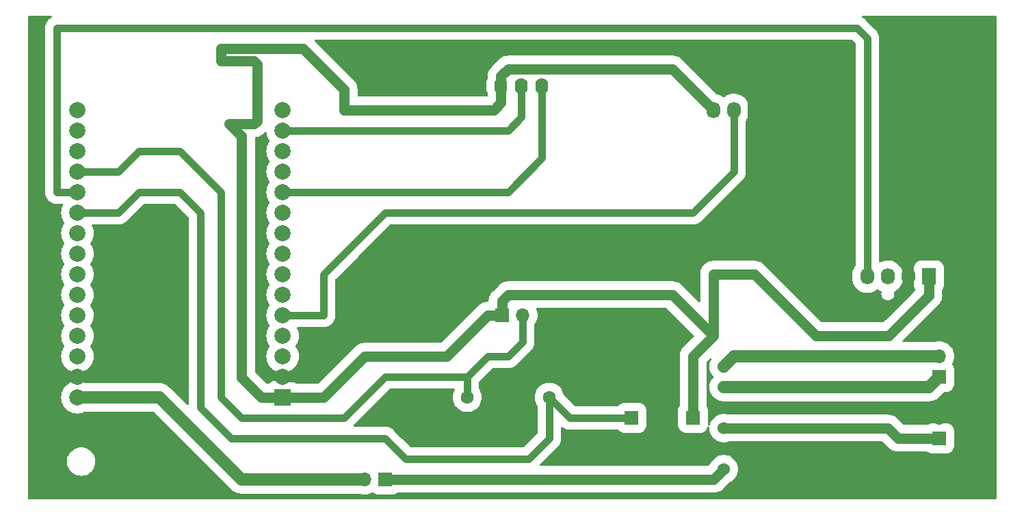
<source format=gbr>
%TF.GenerationSoftware,KiCad,Pcbnew,7.0.9*%
%TF.CreationDate,2023-11-28T16:56:20-05:00*%
%TF.ProjectId,PCB taller de electronica,50434220-7461-46c6-9c65-722064652065,rev?*%
%TF.SameCoordinates,Original*%
%TF.FileFunction,Copper,L2,Bot*%
%TF.FilePolarity,Positive*%
%FSLAX46Y46*%
G04 Gerber Fmt 4.6, Leading zero omitted, Abs format (unit mm)*
G04 Created by KiCad (PCBNEW 7.0.9) date 2023-11-28 16:56:20*
%MOMM*%
%LPD*%
G01*
G04 APERTURE LIST*
%TA.AperFunction,ComponentPad*%
%ADD10R,1.700000X1.700000*%
%TD*%
%TA.AperFunction,ComponentPad*%
%ADD11C,1.524000*%
%TD*%
%TA.AperFunction,ComponentPad*%
%ADD12R,1.730000X2.030000*%
%TD*%
%TA.AperFunction,ComponentPad*%
%ADD13O,1.730000X2.030000*%
%TD*%
%TA.AperFunction,ComponentPad*%
%ADD14C,1.600000*%
%TD*%
%TA.AperFunction,ComponentPad*%
%ADD15O,1.700000X1.700000*%
%TD*%
%TA.AperFunction,ComponentPad*%
%ADD16O,1.600000X2.000000*%
%TD*%
%TA.AperFunction,ComponentPad*%
%ADD17R,2.000000X2.000000*%
%TD*%
%TA.AperFunction,ComponentPad*%
%ADD18C,2.000000*%
%TD*%
%TA.AperFunction,Conductor*%
%ADD19C,1.300000*%
%TD*%
%TA.AperFunction,Conductor*%
%ADD20C,0.900000*%
%TD*%
%TA.AperFunction,Conductor*%
%ADD21C,1.500000*%
%TD*%
G04 APERTURE END LIST*
D10*
%TO.P,LDRPin1,1,Pin_1*%
%TO.N,Net-(LDRPin1-Pin_1)*%
X176360000Y-126060000D03*
%TD*%
D11*
%TO.P,U2,1,VIN*%
%TO.N,Net-(MicroUSB1-Pin_2)*%
X187790000Y-119710000D03*
%TO.P,U2,2,GND*%
%TO.N,Net-(MicroUSB1-Pin_1)*%
X187790000Y-122250000D03*
%TO.P,U2,3,GND*%
%TO.N,GND*%
X187790000Y-124790000D03*
%TO.P,U2,4,BAT*%
%TO.N,+BATT*%
X187790000Y-127330000D03*
%TO.P,U2,5,GND*%
%TO.N,GND*%
X187790000Y-129870000D03*
%TO.P,U2,6,OUT-5V*%
%TO.N,+5V*%
X187790000Y-132410000D03*
%TD*%
D12*
%TO.P,J2,1,Pin_1*%
%TO.N,GND*%
X191610000Y-87960000D03*
D13*
%TO.P,J2,2,Pin_2*%
%TO.N,/d4*%
X189070000Y-87960000D03*
%TO.P,J2,3,Pin_3*%
%TO.N,+3.3V*%
X186530000Y-87960000D03*
%TD*%
D12*
%TO.P,J1,1,Pin_1*%
%TO.N,+3.3V*%
X213180000Y-108580000D03*
D13*
%TO.P,J1,2,Pin_2*%
%TO.N,GND*%
X210640000Y-108580000D03*
%TO.P,J1,3,Pin_3*%
%TO.N,unconnected-(J1-Pin_3-Pad3)*%
X208100000Y-108580000D03*
%TO.P,J1,4,Pin_4*%
%TO.N,Net-(J1-Pin_4)*%
X205560000Y-108580000D03*
%TD*%
D10*
%TO.P,LDR+,1,Pin_1*%
%TO.N,+3.3V*%
X183980000Y-126060000D03*
%TD*%
D14*
%TO.P,R2,1*%
%TO.N,Net-(U1-D34)*%
X156040000Y-123520000D03*
%TO.P,R2,2*%
%TO.N,GND*%
X153040000Y-123520000D03*
%TD*%
%TO.P,R1,1*%
%TO.N,GND*%
X163200000Y-123520000D03*
%TO.P,R1,2*%
%TO.N,Net-(LDRPin1-Pin_1)*%
X166200000Y-123520000D03*
%TD*%
D10*
%TO.P,Batt1,1,Pin_1*%
%TO.N,+BATT*%
X214460000Y-128600000D03*
D15*
%TO.P,Batt1,2,Pin_2*%
%TO.N,GND*%
X214460000Y-126060000D03*
%TD*%
D10*
%TO.P,Switch,1,Pin_1*%
%TO.N,+5V*%
X145880000Y-133680000D03*
D15*
%TO.P,Switch,2,Pin_2*%
%TO.N,Net-(U1-VIN)*%
X143340000Y-133680000D03*
%TD*%
D10*
%TO.P,pushButton1,1,Pin_1*%
%TO.N,+3.3V*%
X160350000Y-113360000D03*
D15*
%TO.P,pushButton1,2,Pin_2*%
%TO.N,Net-(U1-D34)*%
X162890000Y-113360000D03*
%TD*%
D10*
%TO.P,MicroUSB1,1,Pin_1*%
%TO.N,Net-(MicroUSB1-Pin_1)*%
X214460000Y-120980000D03*
D15*
%TO.P,MicroUSB1,2,Pin_2*%
%TO.N,Net-(MicroUSB1-Pin_2)*%
X214460000Y-118440000D03*
%TD*%
D16*
%TO.P,Brd1,1,GND*%
%TO.N,GND*%
X157680000Y-84980000D03*
%TO.P,Brd1,2,VCC*%
%TO.N,+3.3V*%
X160220000Y-84980000D03*
%TO.P,Brd1,3,SCL*%
%TO.N,/scl*%
X162760000Y-84980000D03*
%TO.P,Brd1,4,SDA*%
%TO.N,/sda*%
X165300000Y-84980000D03*
%TD*%
D17*
%TO.P,U1,1,3V3*%
%TO.N,+3.3V*%
X133180000Y-123520000D03*
D18*
%TO.P,U1,2,GND*%
%TO.N,GND*%
X133180000Y-120980000D03*
%TO.P,U1,3,D15*%
%TO.N,unconnected-(U1-D15-Pad3)*%
X133180000Y-118440000D03*
%TO.P,U1,4,D2*%
%TO.N,unconnected-(U1-D2-Pad4)*%
X133180000Y-115900000D03*
%TO.P,U1,5,D4*%
%TO.N,/d4*%
X133180000Y-113360000D03*
%TO.P,U1,6,RX2*%
%TO.N,unconnected-(U1-RX2-Pad6)*%
X133180000Y-110820000D03*
%TO.P,U1,7,TX2*%
%TO.N,unconnected-(U1-TX2-Pad7)*%
X133180000Y-108280000D03*
%TO.P,U1,8,D5*%
%TO.N,unconnected-(U1-D5-Pad8)*%
X133180000Y-105740000D03*
%TO.P,U1,9,D18*%
%TO.N,unconnected-(U1-D18-Pad9)*%
X133180000Y-103200000D03*
%TO.P,U1,10,D19*%
%TO.N,unconnected-(U1-D19-Pad10)*%
X133180000Y-100660000D03*
%TO.P,U1,11,D21*%
%TO.N,/sda*%
X133180000Y-98120000D03*
%TO.P,U1,12,RX0*%
%TO.N,unconnected-(U1-RX0-Pad12)*%
X133180000Y-95580000D03*
%TO.P,U1,13,TX0*%
%TO.N,unconnected-(U1-TX0-Pad13)*%
X133180000Y-93040000D03*
%TO.P,U1,14,D22*%
%TO.N,/scl*%
X133180000Y-90500000D03*
%TO.P,U1,15,D23*%
%TO.N,unconnected-(U1-D23-Pad15)*%
X133180000Y-87960000D03*
%TO.P,U1,16,EN*%
%TO.N,unconnected-(U1-EN-Pad16)*%
X107780000Y-87960000D03*
%TO.P,U1,17,VP*%
%TO.N,unconnected-(U1-VP-Pad17)*%
X107780000Y-90500000D03*
%TO.P,U1,18,VN*%
%TO.N,unconnected-(U1-VN-Pad18)*%
X107780000Y-93040000D03*
%TO.P,U1,19,D34*%
%TO.N,Net-(U1-D34)*%
X107780000Y-95580000D03*
%TO.P,U1,20,D35*%
%TO.N,Net-(J1-Pin_4)*%
X107780000Y-98120000D03*
%TO.P,U1,21,D32*%
%TO.N,Net-(LDRPin1-Pin_1)*%
X107780000Y-100660000D03*
%TO.P,U1,22,D33*%
%TO.N,unconnected-(U1-D33-Pad22)*%
X107780000Y-103200000D03*
%TO.P,U1,23,D25*%
%TO.N,unconnected-(U1-D25-Pad23)*%
X107780000Y-105740000D03*
%TO.P,U1,24,D26*%
%TO.N,unconnected-(U1-D26-Pad24)*%
X107780000Y-108280000D03*
%TO.P,U1,25,D27*%
%TO.N,unconnected-(U1-D27-Pad25)*%
X107780000Y-110820000D03*
%TO.P,U1,26,D14*%
%TO.N,unconnected-(U1-D14-Pad26)*%
X107780000Y-113360000D03*
%TO.P,U1,27,D12*%
%TO.N,unconnected-(U1-D12-Pad27)*%
X107780000Y-115900000D03*
%TO.P,U1,28,D13*%
%TO.N,unconnected-(U1-D13-Pad28)*%
X107780000Y-118440000D03*
%TO.P,U1,29,GND*%
%TO.N,GND*%
X107780000Y-120980000D03*
%TO.P,U1,30,VIN*%
%TO.N,Net-(U1-VIN)*%
X107780000Y-123520000D03*
%TD*%
D19*
%TO.N,GND*%
X207530610Y-113360000D02*
X210640000Y-110250610D01*
X187790000Y-129870000D02*
X203030000Y-129870000D01*
X206840000Y-133680000D02*
X219540000Y-133680000D01*
X196210606Y-105270606D02*
X204300000Y-113360000D01*
X182710000Y-129870000D02*
X187790000Y-129870000D01*
X157880000Y-80340000D02*
X189060000Y-80340000D01*
X168740000Y-120980000D02*
X176360000Y-120980000D01*
X196210606Y-105270606D02*
X148889394Y-105270606D01*
X204300000Y-113360000D02*
X207530610Y-113360000D01*
X214460000Y-100660000D02*
X211920000Y-100660000D01*
X210640000Y-101940000D02*
X210640000Y-108580000D01*
X181440000Y-123520000D02*
X181440000Y-128600000D01*
X189060000Y-80340000D02*
X191610000Y-82890000D01*
X196210606Y-92570606D02*
X191610000Y-87970000D01*
X219540000Y-105740000D02*
X214460000Y-100660000D01*
X203030000Y-129870000D02*
X206840000Y-133680000D01*
X176360000Y-120980000D02*
X178900000Y-123520000D01*
X148889394Y-107810606D02*
X135720000Y-120980000D01*
X163200000Y-126520000D02*
X163200000Y-123520000D01*
X163200000Y-123520000D02*
X163200000Y-121440000D01*
X161120000Y-128600000D02*
X163200000Y-126520000D01*
X161120000Y-128600000D02*
X153500000Y-128600000D01*
X210650000Y-124790000D02*
X211920000Y-126060000D01*
X211920000Y-126060000D02*
X214460000Y-126060000D01*
X211920000Y-100660000D02*
X210640000Y-101940000D01*
X157680000Y-84980000D02*
X157680000Y-80540000D01*
X178900000Y-123520000D02*
X181440000Y-123520000D01*
X181440000Y-128600000D02*
X182710000Y-129870000D01*
X163200000Y-121440000D02*
X166200000Y-118440000D01*
X191610000Y-82890000D02*
X191610000Y-87960000D01*
X157680000Y-80540000D02*
X157880000Y-80340000D01*
X153500000Y-128600000D02*
X153040000Y-128140000D01*
X148889394Y-105270606D02*
X148889394Y-107810606D01*
X166200000Y-118440000D02*
X168740000Y-120980000D01*
X196210606Y-105270606D02*
X196210606Y-92570606D01*
X219540000Y-133680000D02*
X219540000Y-123520000D01*
X153040000Y-128140000D02*
X153040000Y-123520000D01*
X219540000Y-123520000D02*
X219540000Y-105740000D01*
X187790000Y-124790000D02*
X210650000Y-124790000D01*
X135720000Y-120980000D02*
X133180000Y-120980000D01*
X210640000Y-110250610D02*
X210640000Y-108580000D01*
X191610000Y-87970000D02*
X191610000Y-87960000D01*
%TO.N,+BATT*%
X208110000Y-127330000D02*
X209380000Y-128600000D01*
X187790000Y-127330000D02*
X208110000Y-127330000D01*
X209380000Y-128600000D02*
X214460000Y-128600000D01*
%TO.N,+5V*%
X186520000Y-133680000D02*
X187790000Y-132410000D01*
X145880000Y-133680000D02*
X186520000Y-133680000D01*
D20*
%TO.N,/sda*%
X165300000Y-93940000D02*
X161120000Y-98120000D01*
X161120000Y-98120000D02*
X133180000Y-98120000D01*
X165300000Y-84980000D02*
X165300000Y-93940000D01*
%TO.N,/scl*%
X161120000Y-90500000D02*
X133180000Y-90500000D01*
X162760000Y-88860000D02*
X161120000Y-90500000D01*
X162760000Y-84980000D02*
X162760000Y-88860000D01*
D19*
%TO.N,+3.3V*%
X135720000Y-80340000D02*
X125560000Y-80340000D01*
X183980000Y-126060000D02*
X183980000Y-118440000D01*
X181440000Y-82880000D02*
X186520000Y-87960000D01*
X159320000Y-87960000D02*
X140800000Y-87960000D01*
X140800000Y-85420000D02*
X135720000Y-80340000D01*
X213180000Y-108580000D02*
X213180000Y-110895000D01*
X186520000Y-87960000D02*
X186530000Y-87960000D01*
X128100000Y-121056332D02*
X130563668Y-123520000D01*
X143340000Y-118440000D02*
X138260000Y-123520000D01*
X160220000Y-84980000D02*
X160220000Y-87060000D01*
X128100000Y-91229240D02*
X128100000Y-121056332D01*
X181440000Y-110820000D02*
X186520000Y-115900000D01*
X138260000Y-123520000D02*
X133180000Y-123520000D01*
X129659240Y-81880000D02*
X130040000Y-82260760D01*
X191600000Y-108280000D02*
X186520000Y-108280000D01*
X160220000Y-84980000D02*
X160220000Y-83780000D01*
X160350000Y-113360000D02*
X160350000Y-111590000D01*
X126540760Y-89670000D02*
X128100000Y-91229240D01*
X199220000Y-115900000D02*
X191600000Y-108280000D01*
X140800000Y-87960000D02*
X140800000Y-85420000D01*
X161120000Y-82880000D02*
X181440000Y-82880000D01*
X160350000Y-113360000D02*
X158580000Y-113360000D01*
X125560000Y-81880000D02*
X129659240Y-81880000D01*
X130563668Y-123520000D02*
X133180000Y-123520000D01*
X160220000Y-87060000D02*
X159320000Y-87960000D01*
X158580000Y-113360000D02*
X153500000Y-118440000D01*
X153500000Y-118440000D02*
X143340000Y-118440000D01*
X129659240Y-89670000D02*
X126540760Y-89670000D01*
X160220000Y-83780000D02*
X161120000Y-82880000D01*
X183980000Y-118440000D02*
X186520000Y-115900000D01*
X186520000Y-108280000D02*
X186520000Y-115900000D01*
X160350000Y-111590000D02*
X161120000Y-110820000D01*
X208175000Y-115900000D02*
X199220000Y-115900000D01*
X130040000Y-89289240D02*
X129659240Y-89670000D01*
X130040000Y-82260760D02*
X130040000Y-89289240D01*
X213180000Y-110895000D02*
X208175000Y-115900000D01*
X125560000Y-80340000D02*
X125560000Y-81880000D01*
X161120000Y-110820000D02*
X181440000Y-110820000D01*
D20*
%TO.N,/d4*%
X138260000Y-108280000D02*
X138260000Y-113360000D01*
X183980000Y-100660000D02*
X145880000Y-100660000D01*
X145880000Y-100660000D02*
X138260000Y-108280000D01*
X138260000Y-113360000D02*
X133180000Y-113360000D01*
X189070000Y-87960000D02*
X189070000Y-95570000D01*
X189070000Y-95570000D02*
X183980000Y-100660000D01*
D21*
%TO.N,Net-(MicroUSB1-Pin_1)*%
X213190000Y-122250000D02*
X214460000Y-120980000D01*
X187790000Y-122250000D02*
X213190000Y-122250000D01*
%TO.N,Net-(MicroUSB1-Pin_2)*%
X187790000Y-119710000D02*
X189060000Y-118440000D01*
X189060000Y-118440000D02*
X214460000Y-118440000D01*
%TO.N,Net-(U1-VIN)*%
X128100000Y-133680000D02*
X117940000Y-123520000D01*
X143340000Y-133680000D02*
X128100000Y-133680000D01*
X117940000Y-123520000D02*
X107780000Y-123520000D01*
D20*
%TO.N,Net-(LDRPin1-Pin_1)*%
X123020000Y-124790000D02*
X126830000Y-128600000D01*
X166200000Y-128600000D02*
X166200000Y-123520000D01*
X126830000Y-128600000D02*
X145880000Y-128600000D01*
X145880000Y-128600000D02*
X148420000Y-131140000D01*
X163660000Y-131140000D02*
X166200000Y-128600000D01*
X168740000Y-126060000D02*
X166200000Y-123520000D01*
X120480000Y-98120000D02*
X123020000Y-100660000D01*
X148420000Y-131140000D02*
X163660000Y-131140000D01*
X115400000Y-98120000D02*
X120480000Y-98120000D01*
X123020000Y-100660000D02*
X123020000Y-124790000D01*
X176360000Y-126060000D02*
X168740000Y-126060000D01*
X112860000Y-100660000D02*
X115400000Y-98120000D01*
X107780000Y-100660000D02*
X112860000Y-100660000D01*
%TO.N,Net-(U1-D34)*%
X158580000Y-118440000D02*
X161120000Y-118440000D01*
X162890000Y-116670000D02*
X162890000Y-113360000D01*
X145880000Y-120980000D02*
X140800000Y-126060000D01*
X156040000Y-120980000D02*
X145880000Y-120980000D01*
X120480000Y-93040000D02*
X115400000Y-93040000D01*
X156040000Y-123520000D02*
X156040000Y-120980000D01*
X161120000Y-118440000D02*
X162890000Y-116670000D01*
X128100000Y-126060000D02*
X125560000Y-123520000D01*
X115400000Y-93040000D02*
X112860000Y-95580000D01*
X125560000Y-123520000D02*
X125560000Y-98120000D01*
X140800000Y-126060000D02*
X128100000Y-126060000D01*
X125560000Y-98120000D02*
X120480000Y-93040000D01*
X112860000Y-95580000D02*
X107780000Y-95580000D01*
X156040000Y-120980000D02*
X158580000Y-118440000D01*
%TO.N,Net-(J1-Pin_4)*%
X105240000Y-98120000D02*
X107780000Y-98120000D01*
X105240000Y-77800000D02*
X105240000Y-98120000D01*
X205560000Y-79060000D02*
X205560000Y-108580000D01*
X105240000Y-77800000D02*
X204300000Y-77800000D01*
X204300000Y-77800000D02*
X205560000Y-79060000D01*
%TD*%
%TA.AperFunction,Conductor*%
%TO.N,GND*%
G36*
X104580220Y-76295185D02*
G01*
X104625975Y-76347989D01*
X104635919Y-76417147D01*
X104606894Y-76480703D01*
X104562993Y-76513055D01*
X104547274Y-76519949D01*
X104547266Y-76519954D01*
X104511772Y-76543143D01*
X104499016Y-76551477D01*
X104494620Y-76554097D01*
X104443932Y-76581528D01*
X104398439Y-76616935D01*
X104394270Y-76619911D01*
X104346033Y-76651426D01*
X104346031Y-76651428D01*
X104303627Y-76690463D01*
X104299717Y-76693774D01*
X104254235Y-76729175D01*
X104215200Y-76771577D01*
X104211577Y-76775200D01*
X104169175Y-76814235D01*
X104133774Y-76859717D01*
X104130463Y-76863627D01*
X104091428Y-76906031D01*
X104091426Y-76906033D01*
X104059911Y-76954270D01*
X104056935Y-76958439D01*
X104021528Y-77003932D01*
X103994097Y-77054620D01*
X103991474Y-77059022D01*
X103959954Y-77107266D01*
X103959948Y-77107276D01*
X103936795Y-77160057D01*
X103934545Y-77164660D01*
X103907119Y-77215340D01*
X103907113Y-77215354D01*
X103888402Y-77269858D01*
X103886539Y-77274632D01*
X103863392Y-77327403D01*
X103863389Y-77327414D01*
X103849242Y-77383276D01*
X103847780Y-77388187D01*
X103829067Y-77442698D01*
X103829066Y-77442702D01*
X103819578Y-77499555D01*
X103818526Y-77504570D01*
X103804380Y-77560433D01*
X103799622Y-77617861D01*
X103798988Y-77622948D01*
X103789500Y-77679808D01*
X103789500Y-98240190D01*
X103798988Y-98297050D01*
X103799620Y-98302124D01*
X103802874Y-98341397D01*
X103804380Y-98359566D01*
X103818526Y-98415427D01*
X103819578Y-98420443D01*
X103829065Y-98477295D01*
X103829066Y-98477297D01*
X103847777Y-98531802D01*
X103849239Y-98536715D01*
X103863386Y-98592580D01*
X103863389Y-98592588D01*
X103886542Y-98645374D01*
X103888405Y-98650149D01*
X103907116Y-98704651D01*
X103907122Y-98704666D01*
X103934544Y-98755335D01*
X103936796Y-98759941D01*
X103959951Y-98812728D01*
X103991474Y-98860977D01*
X103994098Y-98865381D01*
X104021529Y-98916068D01*
X104056927Y-98961548D01*
X104059905Y-98965720D01*
X104091430Y-99013971D01*
X104091431Y-99013972D01*
X104130466Y-99056376D01*
X104133779Y-99060287D01*
X104169174Y-99105763D01*
X104211576Y-99144798D01*
X104215200Y-99148422D01*
X104232173Y-99166858D01*
X104254236Y-99190825D01*
X104278230Y-99209500D01*
X104299718Y-99226225D01*
X104303628Y-99229536D01*
X104346031Y-99268571D01*
X104394278Y-99300093D01*
X104398438Y-99303062D01*
X104414663Y-99315690D01*
X104443930Y-99338470D01*
X104443934Y-99338473D01*
X104494620Y-99365902D01*
X104499024Y-99368527D01*
X104547272Y-99400049D01*
X104600057Y-99423202D01*
X104604653Y-99425449D01*
X104655333Y-99452877D01*
X104655341Y-99452880D01*
X104655344Y-99452882D01*
X104655347Y-99452883D01*
X104709850Y-99471594D01*
X104714626Y-99473457D01*
X104758116Y-99492534D01*
X104767409Y-99496610D01*
X104823299Y-99510762D01*
X104828186Y-99512218D01*
X104882703Y-99530934D01*
X104939554Y-99540420D01*
X104944550Y-99541467D01*
X105000437Y-99555620D01*
X105051588Y-99559857D01*
X105057866Y-99560378D01*
X105062954Y-99561012D01*
X105071212Y-99562390D01*
X105119808Y-99570500D01*
X105180010Y-99570500D01*
X105886614Y-99570500D01*
X105953653Y-99590185D01*
X105999408Y-99642989D01*
X106009352Y-99712147D01*
X105995446Y-99753926D01*
X105980018Y-99782181D01*
X105955634Y-99826836D01*
X105855628Y-100094962D01*
X105794804Y-100374566D01*
X105774390Y-100659998D01*
X105774390Y-100660001D01*
X105794804Y-100945433D01*
X105855628Y-101225037D01*
X105955635Y-101493166D01*
X106092770Y-101744309D01*
X106092771Y-101744310D01*
X106092774Y-101744315D01*
X106167796Y-101844533D01*
X106176148Y-101855690D01*
X106200564Y-101921155D01*
X106185712Y-101989428D01*
X106176150Y-102004306D01*
X106147139Y-102043061D01*
X106092770Y-102115690D01*
X105955635Y-102366833D01*
X105855628Y-102634962D01*
X105794804Y-102914566D01*
X105774390Y-103199998D01*
X105774390Y-103200001D01*
X105794804Y-103485433D01*
X105855628Y-103765037D01*
X105955635Y-104033166D01*
X106092770Y-104284309D01*
X106176148Y-104395690D01*
X106200564Y-104461155D01*
X106185712Y-104529428D01*
X106176148Y-104544310D01*
X106092770Y-104655690D01*
X105955635Y-104906833D01*
X105855628Y-105174962D01*
X105794804Y-105454566D01*
X105774390Y-105739998D01*
X105774390Y-105740001D01*
X105794804Y-106025433D01*
X105855628Y-106305037D01*
X105955635Y-106573166D01*
X106092770Y-106824309D01*
X106092771Y-106824310D01*
X106092774Y-106824315D01*
X106155981Y-106908750D01*
X106176148Y-106935690D01*
X106200564Y-107001155D01*
X106185712Y-107069428D01*
X106176148Y-107084310D01*
X106092770Y-107195690D01*
X105955635Y-107446833D01*
X105855628Y-107714962D01*
X105794804Y-107994566D01*
X105774390Y-108279998D01*
X105774390Y-108280001D01*
X105794804Y-108565433D01*
X105855628Y-108845037D01*
X105855630Y-108845043D01*
X105855631Y-108845046D01*
X105955633Y-109113161D01*
X105955635Y-109113166D01*
X106092770Y-109364309D01*
X106092771Y-109364310D01*
X106092774Y-109364315D01*
X106176147Y-109475689D01*
X106176148Y-109475690D01*
X106200564Y-109541155D01*
X106185712Y-109609428D01*
X106176150Y-109624306D01*
X106157432Y-109649311D01*
X106092770Y-109735690D01*
X105955635Y-109986833D01*
X105855628Y-110254962D01*
X105794804Y-110534566D01*
X105774390Y-110819998D01*
X105774390Y-110820001D01*
X105794804Y-111105433D01*
X105855628Y-111385037D01*
X105855630Y-111385043D01*
X105855631Y-111385046D01*
X105953196Y-111646628D01*
X105955635Y-111653166D01*
X106092770Y-111904309D01*
X106092771Y-111904310D01*
X106092774Y-111904315D01*
X106176147Y-112015689D01*
X106176148Y-112015690D01*
X106200564Y-112081155D01*
X106185712Y-112149428D01*
X106176148Y-112164310D01*
X106092770Y-112275690D01*
X105955635Y-112526833D01*
X105855628Y-112794962D01*
X105794804Y-113074566D01*
X105774390Y-113359998D01*
X105774390Y-113360001D01*
X105794804Y-113645433D01*
X105855628Y-113925037D01*
X105855630Y-113925043D01*
X105855631Y-113925046D01*
X105932334Y-114130694D01*
X105955635Y-114193166D01*
X106092770Y-114444309D01*
X106092771Y-114444310D01*
X106092774Y-114444315D01*
X106173021Y-114551513D01*
X106176148Y-114555690D01*
X106200564Y-114621155D01*
X106185712Y-114689428D01*
X106176150Y-114704306D01*
X106151967Y-114736612D01*
X106092770Y-114815690D01*
X105955635Y-115066833D01*
X105855628Y-115334962D01*
X105794804Y-115614566D01*
X105774390Y-115899998D01*
X105774390Y-115900001D01*
X105794804Y-116185433D01*
X105855628Y-116465037D01*
X105855630Y-116465043D01*
X105855631Y-116465046D01*
X105939348Y-116689500D01*
X105955635Y-116733166D01*
X106092770Y-116984309D01*
X106092771Y-116984310D01*
X106092774Y-116984315D01*
X106176147Y-117095689D01*
X106176148Y-117095690D01*
X106200564Y-117161155D01*
X106185712Y-117229428D01*
X106176148Y-117244310D01*
X106092770Y-117355690D01*
X105955635Y-117606833D01*
X105855628Y-117874962D01*
X105794804Y-118154566D01*
X105774390Y-118439998D01*
X105774390Y-118440001D01*
X105794804Y-118725433D01*
X105855628Y-119005037D01*
X105855630Y-119005043D01*
X105855631Y-119005046D01*
X105919028Y-119175020D01*
X105955635Y-119273166D01*
X106092770Y-119524309D01*
X106092775Y-119524317D01*
X106264254Y-119753387D01*
X106264270Y-119753405D01*
X106466594Y-119955729D01*
X106466612Y-119955745D01*
X106695682Y-120127224D01*
X106695690Y-120127229D01*
X106946833Y-120264364D01*
X106946832Y-120264364D01*
X106946836Y-120264365D01*
X106946839Y-120264367D01*
X107214954Y-120364369D01*
X107214960Y-120364370D01*
X107214962Y-120364371D01*
X107494566Y-120425195D01*
X107494568Y-120425195D01*
X107494572Y-120425196D01*
X107748220Y-120443337D01*
X107779999Y-120445610D01*
X107780000Y-120445610D01*
X107780001Y-120445610D01*
X107808595Y-120443564D01*
X108065428Y-120425196D01*
X108139922Y-120408991D01*
X108345037Y-120364371D01*
X108345037Y-120364370D01*
X108345046Y-120364369D01*
X108613161Y-120264367D01*
X108864315Y-120127226D01*
X109093395Y-119955739D01*
X109295739Y-119753395D01*
X109467226Y-119524315D01*
X109604367Y-119273161D01*
X109704369Y-119005046D01*
X109765196Y-118725428D01*
X109785610Y-118440000D01*
X109765196Y-118154572D01*
X109715993Y-117928390D01*
X109704371Y-117874962D01*
X109704370Y-117874960D01*
X109704369Y-117874954D01*
X109604367Y-117606839D01*
X109567179Y-117538735D01*
X109467229Y-117355690D01*
X109467228Y-117355689D01*
X109467226Y-117355685D01*
X109383849Y-117244307D01*
X109359434Y-117178847D01*
X109374285Y-117110574D01*
X109383841Y-117095703D01*
X109467226Y-116984315D01*
X109604367Y-116733161D01*
X109704369Y-116465046D01*
X109765196Y-116185428D01*
X109785610Y-115900000D01*
X109765196Y-115614572D01*
X109704369Y-115334954D01*
X109604367Y-115066839D01*
X109564554Y-114993928D01*
X109467229Y-114815690D01*
X109467228Y-114815689D01*
X109467226Y-114815685D01*
X109383849Y-114704307D01*
X109359434Y-114638847D01*
X109374285Y-114570574D01*
X109383841Y-114555703D01*
X109467226Y-114444315D01*
X109604367Y-114193161D01*
X109704369Y-113925046D01*
X109724483Y-113832582D01*
X109765195Y-113645433D01*
X109765195Y-113645432D01*
X109765196Y-113645428D01*
X109785610Y-113360000D01*
X109765196Y-113074572D01*
X109704369Y-112794954D01*
X109604367Y-112526839D01*
X109584352Y-112490185D01*
X109467229Y-112275690D01*
X109467228Y-112275689D01*
X109467226Y-112275685D01*
X109383849Y-112164307D01*
X109359434Y-112098847D01*
X109374285Y-112030574D01*
X109383841Y-112015703D01*
X109467226Y-111904315D01*
X109604367Y-111653161D01*
X109704369Y-111385046D01*
X109765196Y-111105428D01*
X109785610Y-110820000D01*
X109765196Y-110534572D01*
X109747124Y-110451498D01*
X109704371Y-110254962D01*
X109704370Y-110254960D01*
X109704369Y-110254954D01*
X109604367Y-109986839D01*
X109584352Y-109950185D01*
X109467229Y-109735690D01*
X109467228Y-109735689D01*
X109467226Y-109735685D01*
X109383849Y-109624307D01*
X109359434Y-109558847D01*
X109374285Y-109490574D01*
X109383841Y-109475703D01*
X109467226Y-109364315D01*
X109604367Y-109113161D01*
X109704369Y-108845046D01*
X109765196Y-108565428D01*
X109785610Y-108280000D01*
X109765196Y-107994572D01*
X109756152Y-107952999D01*
X109704371Y-107714962D01*
X109704370Y-107714960D01*
X109704369Y-107714954D01*
X109604367Y-107446839D01*
X109597498Y-107434260D01*
X109467229Y-107195690D01*
X109467228Y-107195689D01*
X109467226Y-107195685D01*
X109383849Y-107084307D01*
X109359434Y-107018847D01*
X109374285Y-106950574D01*
X109383841Y-106935703D01*
X109467226Y-106824315D01*
X109604367Y-106573161D01*
X109704369Y-106305046D01*
X109765196Y-106025428D01*
X109785610Y-105740000D01*
X109765196Y-105454572D01*
X109704369Y-105174954D01*
X109604367Y-104906839D01*
X109467226Y-104655685D01*
X109383849Y-104544307D01*
X109359434Y-104478847D01*
X109374285Y-104410574D01*
X109383841Y-104395703D01*
X109467226Y-104284315D01*
X109604367Y-104033161D01*
X109704369Y-103765046D01*
X109765196Y-103485428D01*
X109785610Y-103200000D01*
X109765196Y-102914572D01*
X109704369Y-102634954D01*
X109604367Y-102366839D01*
X109564553Y-102293926D01*
X109549702Y-102225655D01*
X109574118Y-102160190D01*
X109630052Y-102118318D01*
X109673386Y-102110500D01*
X112766090Y-102110500D01*
X112773762Y-102110975D01*
X112799853Y-102114228D01*
X112889986Y-102110500D01*
X112919990Y-102110500D01*
X112949891Y-102108022D01*
X113040031Y-102104294D01*
X113065761Y-102098898D01*
X113073361Y-102097790D01*
X113099563Y-102095620D01*
X113099566Y-102095619D01*
X113099568Y-102095619D01*
X113187001Y-102073477D01*
X113275299Y-102054964D01*
X113299794Y-102045404D01*
X113307102Y-102043063D01*
X113332591Y-102036610D01*
X113415194Y-102000376D01*
X113499238Y-101967583D01*
X113521831Y-101954118D01*
X113528650Y-101950609D01*
X113552728Y-101940049D01*
X113628252Y-101890705D01*
X113705740Y-101844533D01*
X113725803Y-101827540D01*
X113731951Y-101822955D01*
X113753969Y-101808571D01*
X113820340Y-101747472D01*
X113824068Y-101744315D01*
X113843235Y-101728082D01*
X113864458Y-101706858D01*
X113930825Y-101645764D01*
X113946978Y-101625008D01*
X113952052Y-101619263D01*
X115964497Y-99606819D01*
X116025820Y-99573334D01*
X116052178Y-99570500D01*
X119827821Y-99570500D01*
X119894860Y-99590185D01*
X119915502Y-99606819D01*
X121533181Y-101224497D01*
X121566666Y-101285820D01*
X121569500Y-101312178D01*
X121569500Y-124374557D01*
X121549815Y-124441596D01*
X121497011Y-124487351D01*
X121427853Y-124497295D01*
X121364297Y-124468270D01*
X121357819Y-124462238D01*
X120347747Y-123452166D01*
X119200929Y-122305348D01*
X119156448Y-122257409D01*
X119133988Y-122233202D01*
X119133987Y-122233200D01*
X119057020Y-122171821D01*
X118982397Y-122107602D01*
X118957506Y-122091961D01*
X118951832Y-122087936D01*
X118928856Y-122069613D01*
X118843602Y-122020392D01*
X118760251Y-121968019D01*
X118760241Y-121968014D01*
X118733304Y-121956261D01*
X118727094Y-121953126D01*
X118701645Y-121938432D01*
X118701641Y-121938431D01*
X118609999Y-121902464D01*
X118519776Y-121863100D01*
X118519768Y-121863098D01*
X118491382Y-121855491D01*
X118484777Y-121853317D01*
X118457420Y-121842581D01*
X118442883Y-121839263D01*
X118361430Y-121820671D01*
X118266349Y-121795194D01*
X118242674Y-121792527D01*
X118237140Y-121791903D01*
X118230285Y-121790738D01*
X118201629Y-121784197D01*
X118201624Y-121784196D01*
X118103460Y-121776841D01*
X118005635Y-121765818D01*
X117907269Y-121769500D01*
X108780087Y-121769500D01*
X108720660Y-121754332D01*
X108613166Y-121695635D01*
X108613167Y-121695635D01*
X108443032Y-121632178D01*
X108345046Y-121595631D01*
X108345043Y-121595630D01*
X108345037Y-121595628D01*
X108065433Y-121534804D01*
X107780001Y-121514390D01*
X107779999Y-121514390D01*
X107494566Y-121534804D01*
X107214962Y-121595628D01*
X106946833Y-121695635D01*
X106695690Y-121832770D01*
X106695682Y-121832775D01*
X106466612Y-122004254D01*
X106466594Y-122004270D01*
X106264270Y-122206594D01*
X106264254Y-122206612D01*
X106092775Y-122435682D01*
X106092770Y-122435690D01*
X105955635Y-122686833D01*
X105855628Y-122954962D01*
X105794804Y-123234566D01*
X105774390Y-123519998D01*
X105774390Y-123520001D01*
X105794804Y-123805433D01*
X105855628Y-124085037D01*
X105855630Y-124085043D01*
X105855631Y-124085046D01*
X105906009Y-124220113D01*
X105955635Y-124353166D01*
X106092770Y-124604309D01*
X106092775Y-124604317D01*
X106264254Y-124833387D01*
X106264270Y-124833405D01*
X106466594Y-125035729D01*
X106466612Y-125035745D01*
X106695682Y-125207224D01*
X106695690Y-125207229D01*
X106946833Y-125344364D01*
X106946832Y-125344364D01*
X106946836Y-125344365D01*
X106946839Y-125344367D01*
X107214954Y-125444369D01*
X107214960Y-125444370D01*
X107214962Y-125444371D01*
X107494566Y-125505195D01*
X107494568Y-125505195D01*
X107494572Y-125505196D01*
X107748220Y-125523337D01*
X107779999Y-125525610D01*
X107780000Y-125525610D01*
X107780001Y-125525610D01*
X107808595Y-125523564D01*
X108065428Y-125505196D01*
X108345046Y-125444369D01*
X108613161Y-125344367D01*
X108720660Y-125285668D01*
X108780087Y-125270500D01*
X117163557Y-125270500D01*
X117230596Y-125290185D01*
X117251238Y-125306819D01*
X126839070Y-134894651D01*
X126906017Y-134966804D01*
X126982979Y-135028178D01*
X127057600Y-135092396D01*
X127057602Y-135092397D01*
X127057603Y-135092398D01*
X127082497Y-135108040D01*
X127088167Y-135112064D01*
X127111144Y-135130387D01*
X127154046Y-135155156D01*
X127196385Y-135179600D01*
X127279753Y-135231984D01*
X127306704Y-135243742D01*
X127312907Y-135246874D01*
X127338357Y-135261568D01*
X127429984Y-135297528D01*
X127520226Y-135336901D01*
X127548620Y-135344508D01*
X127555218Y-135346679D01*
X127582584Y-135357420D01*
X127582590Y-135357421D01*
X127582592Y-135357422D01*
X127636365Y-135369695D01*
X127678562Y-135379326D01*
X127773650Y-135404805D01*
X127802856Y-135408095D01*
X127809701Y-135409258D01*
X127838370Y-135415802D01*
X127838375Y-135415802D01*
X127838378Y-135415803D01*
X127936539Y-135423158D01*
X128034364Y-135434181D01*
X128132731Y-135430500D01*
X142715650Y-135430500D01*
X142758982Y-135438318D01*
X142787154Y-135448825D01*
X142817322Y-135460077D01*
X143075974Y-135516343D01*
X143319660Y-135533772D01*
X143339999Y-135535227D01*
X143340000Y-135535227D01*
X143340001Y-135535227D01*
X143358885Y-135533876D01*
X143604026Y-135516343D01*
X143862678Y-135460077D01*
X144110689Y-135367574D01*
X144255103Y-135288716D01*
X144323374Y-135273865D01*
X144388839Y-135298281D01*
X144392891Y-135301447D01*
X144476593Y-135369698D01*
X144656951Y-135463909D01*
X144852582Y-135519886D01*
X144971963Y-135530500D01*
X144971964Y-135530499D01*
X144971965Y-135530500D01*
X144971966Y-135530500D01*
X145750280Y-135530499D01*
X146788036Y-135530499D01*
X146907418Y-135519886D01*
X147103049Y-135463909D01*
X147283407Y-135369698D01*
X147297266Y-135358397D01*
X147361661Y-135331289D01*
X147375626Y-135330500D01*
X186452707Y-135330500D01*
X186457573Y-135330691D01*
X186462052Y-135331043D01*
X186520000Y-135335604D01*
X186584853Y-135330500D01*
X186778994Y-135315221D01*
X187031610Y-135254573D01*
X187271628Y-135155154D01*
X187493140Y-135019412D01*
X187690689Y-134850689D01*
X187731367Y-134803059D01*
X187734638Y-134799520D01*
X188504106Y-134030052D01*
X188537977Y-134006019D01*
X188673721Y-133940650D01*
X188891982Y-133791842D01*
X189085627Y-133612166D01*
X189250329Y-133405636D01*
X189382410Y-133176864D01*
X189478920Y-132930963D01*
X189537701Y-132673424D01*
X189557442Y-132410000D01*
X189553522Y-132357697D01*
X189537701Y-132146577D01*
X189537701Y-132146575D01*
X189478922Y-131889046D01*
X189478920Y-131889037D01*
X189382410Y-131643136D01*
X189250329Y-131414364D01*
X189085627Y-131207834D01*
X189085626Y-131207833D01*
X189085623Y-131207829D01*
X188891982Y-131028158D01*
X188673721Y-130879350D01*
X188673717Y-130879348D01*
X188673714Y-130879346D01*
X188673713Y-130879345D01*
X188435721Y-130764736D01*
X188435723Y-130764736D01*
X188183294Y-130686871D01*
X188183288Y-130686869D01*
X187922088Y-130647500D01*
X187922081Y-130647500D01*
X187657919Y-130647500D01*
X187657911Y-130647500D01*
X187396711Y-130686869D01*
X187396705Y-130686871D01*
X187144277Y-130764736D01*
X186906286Y-130879345D01*
X186906285Y-130879346D01*
X186688017Y-131028158D01*
X186494376Y-131207829D01*
X186329671Y-131414364D01*
X186197593Y-131643129D01*
X186197589Y-131643137D01*
X186190816Y-131660394D01*
X186163071Y-131702767D01*
X185872657Y-131993182D01*
X185811337Y-132026666D01*
X185784978Y-132029500D01*
X165121179Y-132029500D01*
X165054140Y-132009815D01*
X165008385Y-131957011D01*
X164998441Y-131887853D01*
X165027466Y-131824297D01*
X165033498Y-131817819D01*
X165823158Y-131028158D01*
X167159267Y-129692047D01*
X167165012Y-129686975D01*
X167185764Y-129670825D01*
X167246870Y-129604445D01*
X167268077Y-129583239D01*
X167268076Y-129583241D01*
X167287461Y-129560351D01*
X167348571Y-129493969D01*
X167362952Y-129471954D01*
X167367541Y-129465800D01*
X167384533Y-129445740D01*
X167430701Y-129368259D01*
X167480049Y-129292728D01*
X167490615Y-129268636D01*
X167494125Y-129261819D01*
X167507582Y-129239238D01*
X167540371Y-129155207D01*
X167576610Y-129072591D01*
X167583068Y-129047087D01*
X167585404Y-129039797D01*
X167594964Y-129015299D01*
X167613477Y-128927001D01*
X167635620Y-128839563D01*
X167637790Y-128813361D01*
X167638898Y-128805761D01*
X167644294Y-128780031D01*
X167648022Y-128689891D01*
X167650500Y-128659990D01*
X167650500Y-128629986D01*
X167654228Y-128539853D01*
X167650975Y-128513762D01*
X167650500Y-128506090D01*
X167650500Y-127309956D01*
X167670185Y-127242917D01*
X167722989Y-127197162D01*
X167792147Y-127187218D01*
X167842321Y-127206147D01*
X167868038Y-127222949D01*
X167874204Y-127227547D01*
X167889283Y-127240318D01*
X167894260Y-127244533D01*
X167971740Y-127290701D01*
X168047272Y-127340049D01*
X168071353Y-127350611D01*
X168078181Y-127354126D01*
X168100762Y-127367582D01*
X168184792Y-127400371D01*
X168267409Y-127436610D01*
X168277148Y-127439076D01*
X168292892Y-127443064D01*
X168300216Y-127445410D01*
X168324701Y-127454964D01*
X168412998Y-127473477D01*
X168500437Y-127495620D01*
X168522973Y-127497487D01*
X168526628Y-127497790D01*
X168534238Y-127498899D01*
X168542547Y-127500640D01*
X168559969Y-127504294D01*
X168650108Y-127508022D01*
X168680010Y-127510500D01*
X168680012Y-127510500D01*
X168710014Y-127510500D01*
X168800147Y-127514228D01*
X168826237Y-127510975D01*
X168833910Y-127510500D01*
X174649813Y-127510500D01*
X174716852Y-127530185D01*
X174745915Y-127556139D01*
X174798890Y-127621109D01*
X174885788Y-127691964D01*
X174956593Y-127749698D01*
X175136951Y-127843909D01*
X175332582Y-127899886D01*
X175451963Y-127910500D01*
X175451964Y-127910499D01*
X175451965Y-127910500D01*
X175451966Y-127910500D01*
X176230280Y-127910499D01*
X177268036Y-127910499D01*
X177387418Y-127899886D01*
X177583049Y-127843909D01*
X177763407Y-127749698D01*
X177921109Y-127621109D01*
X178049698Y-127463407D01*
X178143909Y-127283049D01*
X178199886Y-127087418D01*
X178210500Y-126968037D01*
X178210499Y-125151964D01*
X178199886Y-125032582D01*
X178143909Y-124836951D01*
X178049698Y-124656593D01*
X177985890Y-124578339D01*
X177921109Y-124498890D01*
X177763409Y-124370304D01*
X177763410Y-124370304D01*
X177763407Y-124370302D01*
X177583049Y-124276091D01*
X177583048Y-124276090D01*
X177583045Y-124276089D01*
X177465829Y-124242550D01*
X177387418Y-124220114D01*
X177387415Y-124220113D01*
X177387413Y-124220113D01*
X177296983Y-124212073D01*
X177268037Y-124209500D01*
X177268035Y-124209500D01*
X177268034Y-124209500D01*
X176489720Y-124209500D01*
X175451964Y-124209501D01*
X175422727Y-124212100D01*
X175332584Y-124220113D01*
X175136954Y-124276089D01*
X175046772Y-124323196D01*
X174956593Y-124370302D01*
X174956591Y-124370303D01*
X174956590Y-124370304D01*
X174798890Y-124498890D01*
X174745915Y-124563861D01*
X174688294Y-124603378D01*
X174649813Y-124609500D01*
X169392178Y-124609500D01*
X169325139Y-124589815D01*
X169304497Y-124573181D01*
X168011581Y-123280265D01*
X167978371Y-123220176D01*
X167925336Y-122987813D01*
X167925335Y-122987811D01*
X167925334Y-122987805D01*
X167826743Y-122736602D01*
X167691815Y-122502898D01*
X167523561Y-122291915D01*
X167523560Y-122291914D01*
X167523557Y-122291910D01*
X167325741Y-122108365D01*
X167268902Y-122069613D01*
X167102775Y-121956349D01*
X167102769Y-121956346D01*
X167102768Y-121956345D01*
X167102767Y-121956344D01*
X166859643Y-121839263D01*
X166859645Y-121839263D01*
X166601773Y-121759720D01*
X166601767Y-121759718D01*
X166334936Y-121719500D01*
X166334929Y-121719500D01*
X166065071Y-121719500D01*
X166065063Y-121719500D01*
X165798232Y-121759718D01*
X165798226Y-121759720D01*
X165540358Y-121839262D01*
X165297230Y-121956346D01*
X165074258Y-122108365D01*
X164876442Y-122291910D01*
X164708185Y-122502898D01*
X164573258Y-122736599D01*
X164573256Y-122736603D01*
X164474666Y-122987804D01*
X164474664Y-122987811D01*
X164414616Y-123250898D01*
X164394451Y-123519995D01*
X164394451Y-123520004D01*
X164414616Y-123789101D01*
X164474664Y-124052188D01*
X164474666Y-124052195D01*
X164573256Y-124303396D01*
X164573258Y-124303400D01*
X164708185Y-124537102D01*
X164722446Y-124554984D01*
X164748855Y-124619670D01*
X164749500Y-124632298D01*
X164749500Y-127947821D01*
X164729815Y-128014860D01*
X164713181Y-128035502D01*
X163095502Y-129653181D01*
X163034179Y-129686666D01*
X163007821Y-129689500D01*
X149072178Y-129689500D01*
X149005139Y-129669815D01*
X148984497Y-129653181D01*
X147991306Y-128659990D01*
X146972063Y-127640746D01*
X146966972Y-127634981D01*
X146950826Y-127614237D01*
X146950821Y-127614232D01*
X146884459Y-127553141D01*
X146863237Y-127531920D01*
X146857871Y-127527375D01*
X146840340Y-127512527D01*
X146773969Y-127451429D01*
X146773964Y-127451425D01*
X146751957Y-127437047D01*
X146745794Y-127432451D01*
X146725738Y-127415465D01*
X146648252Y-127369294D01*
X146645632Y-127367582D01*
X146572728Y-127319951D01*
X146572726Y-127319950D01*
X146572720Y-127319946D01*
X146548657Y-127309391D01*
X146541819Y-127305872D01*
X146519240Y-127292418D01*
X146519233Y-127292415D01*
X146435194Y-127259623D01*
X146352590Y-127223389D01*
X146327106Y-127216935D01*
X146319784Y-127214589D01*
X146295306Y-127205038D01*
X146295300Y-127205036D01*
X146251150Y-127195779D01*
X146207001Y-127186522D01*
X146177349Y-127179013D01*
X146119561Y-127164379D01*
X146093369Y-127162209D01*
X146085761Y-127161100D01*
X146060041Y-127155707D01*
X146060028Y-127155705D01*
X145969892Y-127151977D01*
X145962415Y-127151357D01*
X145939990Y-127149500D01*
X145939987Y-127149500D01*
X145909986Y-127149500D01*
X145819854Y-127145772D01*
X145819853Y-127145772D01*
X145793762Y-127149024D01*
X145786090Y-127149500D01*
X142061178Y-127149500D01*
X141994139Y-127129815D01*
X141948384Y-127077011D01*
X141938440Y-127007853D01*
X141967465Y-126944297D01*
X141973497Y-126937819D01*
X146444498Y-122466819D01*
X146505821Y-122433334D01*
X146532179Y-122430500D01*
X154375210Y-122430500D01*
X154442249Y-122450185D01*
X154488004Y-122502989D01*
X154497948Y-122572147D01*
X154482597Y-122616500D01*
X154413258Y-122736599D01*
X154413256Y-122736603D01*
X154314666Y-122987804D01*
X154314664Y-122987811D01*
X154254616Y-123250898D01*
X154234451Y-123519995D01*
X154234451Y-123520004D01*
X154254616Y-123789101D01*
X154314664Y-124052188D01*
X154314666Y-124052195D01*
X154402539Y-124276091D01*
X154413257Y-124303398D01*
X154548185Y-124537102D01*
X154684080Y-124707509D01*
X154716442Y-124748089D01*
X154903183Y-124921358D01*
X154914259Y-124931635D01*
X155137226Y-125083651D01*
X155380359Y-125200738D01*
X155638228Y-125280280D01*
X155638229Y-125280280D01*
X155638232Y-125280281D01*
X155905063Y-125320499D01*
X155905068Y-125320499D01*
X155905071Y-125320500D01*
X155905072Y-125320500D01*
X156174928Y-125320500D01*
X156174929Y-125320500D01*
X156174936Y-125320499D01*
X156441767Y-125280281D01*
X156441768Y-125280280D01*
X156441772Y-125280280D01*
X156699641Y-125200738D01*
X156942775Y-125083651D01*
X157165741Y-124931635D01*
X157363561Y-124748085D01*
X157531815Y-124537102D01*
X157666743Y-124303398D01*
X157765334Y-124052195D01*
X157825383Y-123789103D01*
X157844290Y-123536805D01*
X157845549Y-123520004D01*
X157845549Y-123519995D01*
X157825383Y-123250898D01*
X157821657Y-123234572D01*
X157765334Y-122987805D01*
X157666743Y-122736602D01*
X157638009Y-122686833D01*
X157531820Y-122502905D01*
X157531816Y-122502900D01*
X157531815Y-122502898D01*
X157519584Y-122487560D01*
X157517551Y-122485010D01*
X157491144Y-122420322D01*
X157490500Y-122407700D01*
X157490500Y-121632178D01*
X157510185Y-121565139D01*
X157526819Y-121544497D01*
X159144497Y-119926819D01*
X159205820Y-119893334D01*
X159232178Y-119890500D01*
X161026090Y-119890500D01*
X161033762Y-119890975D01*
X161059853Y-119894228D01*
X161149986Y-119890500D01*
X161179990Y-119890500D01*
X161209891Y-119888022D01*
X161300031Y-119884294D01*
X161325761Y-119878898D01*
X161333361Y-119877790D01*
X161359563Y-119875620D01*
X161359566Y-119875619D01*
X161359568Y-119875619D01*
X161447001Y-119853477D01*
X161535299Y-119834964D01*
X161559794Y-119825404D01*
X161567102Y-119823063D01*
X161592591Y-119816610D01*
X161675194Y-119780376D01*
X161759238Y-119747583D01*
X161781831Y-119734118D01*
X161788650Y-119730609D01*
X161812728Y-119720049D01*
X161888252Y-119670705D01*
X161965740Y-119624533D01*
X161985803Y-119607540D01*
X161991951Y-119602955D01*
X162013969Y-119588571D01*
X162080340Y-119527472D01*
X162084075Y-119524309D01*
X162103235Y-119508082D01*
X162124458Y-119486858D01*
X162190825Y-119425764D01*
X162206978Y-119405008D01*
X162212052Y-119399263D01*
X163849263Y-117762052D01*
X163855008Y-117756978D01*
X163875764Y-117740825D01*
X163936858Y-117674458D01*
X163958078Y-117653239D01*
X163958078Y-117653238D01*
X163958082Y-117653235D01*
X163977472Y-117630340D01*
X163999106Y-117606839D01*
X164038571Y-117563969D01*
X164052955Y-117541951D01*
X164057540Y-117535803D01*
X164074533Y-117515740D01*
X164120705Y-117438252D01*
X164170049Y-117362728D01*
X164180609Y-117338650D01*
X164184118Y-117331831D01*
X164197583Y-117309238D01*
X164230376Y-117225194D01*
X164266610Y-117142591D01*
X164273063Y-117117102D01*
X164275404Y-117109794D01*
X164284964Y-117085299D01*
X164303477Y-116997001D01*
X164325620Y-116909563D01*
X164327790Y-116883361D01*
X164328898Y-116875761D01*
X164334294Y-116850031D01*
X164338022Y-116759891D01*
X164340500Y-116729990D01*
X164340500Y-116699986D01*
X164344228Y-116609853D01*
X164340975Y-116583762D01*
X164340500Y-116576090D01*
X164340500Y-114551513D01*
X164360185Y-114484474D01*
X164365233Y-114477202D01*
X164450716Y-114363011D01*
X164577574Y-114130689D01*
X164670077Y-113882678D01*
X164726343Y-113624026D01*
X164745227Y-113360000D01*
X164726343Y-113095974D01*
X164670077Y-112837322D01*
X164595670Y-112637830D01*
X164590687Y-112568142D01*
X164624172Y-112506819D01*
X164685495Y-112473334D01*
X164711853Y-112470500D01*
X180704978Y-112470500D01*
X180772017Y-112490185D01*
X180792659Y-112506819D01*
X184098158Y-115812318D01*
X184131643Y-115873641D01*
X184126659Y-115943333D01*
X184098158Y-115987680D01*
X182860502Y-117225336D01*
X182856927Y-117228641D01*
X182809312Y-117269310D01*
X182809311Y-117269311D01*
X182790416Y-117291434D01*
X182640586Y-117466862D01*
X182516527Y-117669311D01*
X182504851Y-117688362D01*
X182504847Y-117688369D01*
X182504846Y-117688372D01*
X182450470Y-117819645D01*
X182405425Y-117928394D01*
X182344778Y-118181009D01*
X182324396Y-118440000D01*
X182329309Y-118502426D01*
X182329500Y-118507292D01*
X182329500Y-124564374D01*
X182309815Y-124631413D01*
X182301602Y-124642735D01*
X182290304Y-124656590D01*
X182196089Y-124836954D01*
X182140114Y-125032583D01*
X182140113Y-125032586D01*
X182129500Y-125151965D01*
X182129500Y-125151966D01*
X182129501Y-126968032D01*
X182129501Y-126968033D01*
X182140113Y-127087415D01*
X182196089Y-127283045D01*
X182196090Y-127283048D01*
X182196091Y-127283049D01*
X182290302Y-127463407D01*
X182316568Y-127495620D01*
X182418890Y-127621109D01*
X182505788Y-127691964D01*
X182576593Y-127749698D01*
X182756951Y-127843909D01*
X182952582Y-127899886D01*
X183071963Y-127910500D01*
X183071964Y-127910499D01*
X183071965Y-127910500D01*
X183071966Y-127910500D01*
X183850280Y-127910499D01*
X184888036Y-127910499D01*
X185007418Y-127899886D01*
X185203049Y-127843909D01*
X185383407Y-127749698D01*
X185541109Y-127621109D01*
X185669698Y-127463407D01*
X185763909Y-127283049D01*
X185785651Y-127207062D01*
X185823017Y-127148027D01*
X185886370Y-127118563D01*
X185955596Y-127128028D01*
X186008715Y-127173416D01*
X186028863Y-127240318D01*
X186028519Y-127250441D01*
X186022558Y-127329994D01*
X186022558Y-127330004D01*
X186042298Y-127593422D01*
X186042298Y-127593424D01*
X186101077Y-127850953D01*
X186101080Y-127850963D01*
X186197590Y-128096864D01*
X186329671Y-128325636D01*
X186462699Y-128492449D01*
X186494376Y-128532170D01*
X186664360Y-128689891D01*
X186688018Y-128711842D01*
X186906279Y-128860650D01*
X186906284Y-128860652D01*
X186906285Y-128860653D01*
X186906286Y-128860654D01*
X187032688Y-128921525D01*
X187144277Y-128975263D01*
X187144278Y-128975263D01*
X187144281Y-128975265D01*
X187396707Y-129053129D01*
X187396708Y-129053129D01*
X187396711Y-129053130D01*
X187657911Y-129092499D01*
X187657916Y-129092499D01*
X187657919Y-129092500D01*
X187657920Y-129092500D01*
X187922080Y-129092500D01*
X187922081Y-129092500D01*
X187922088Y-129092499D01*
X188183288Y-129053130D01*
X188183289Y-129053129D01*
X188183293Y-129053129D01*
X188357732Y-128999321D01*
X188400889Y-128986009D01*
X188437439Y-128980500D01*
X207374978Y-128980500D01*
X207442017Y-129000185D01*
X207462659Y-129016819D01*
X208165347Y-129719507D01*
X208168640Y-129723070D01*
X208186685Y-129744198D01*
X208209311Y-129770689D01*
X208258777Y-129812937D01*
X208258778Y-129812938D01*
X208258787Y-129812946D01*
X208258802Y-129812960D01*
X208406856Y-129939409D01*
X208406864Y-129939415D01*
X208628371Y-130075154D01*
X208628373Y-130075155D01*
X208689561Y-130100500D01*
X208743855Y-130122989D01*
X208868390Y-130174573D01*
X209121006Y-130235221D01*
X209380000Y-130255604D01*
X209438276Y-130251017D01*
X209442427Y-130250691D01*
X209447293Y-130250500D01*
X212964374Y-130250500D01*
X213031413Y-130270185D01*
X213042730Y-130278394D01*
X213056593Y-130289698D01*
X213236951Y-130383909D01*
X213236953Y-130383909D01*
X213236954Y-130383910D01*
X213256355Y-130389461D01*
X213432582Y-130439886D01*
X213551963Y-130450500D01*
X213551964Y-130450499D01*
X213551965Y-130450500D01*
X213551966Y-130450500D01*
X214330280Y-130450499D01*
X215368036Y-130450499D01*
X215487418Y-130439886D01*
X215683049Y-130383909D01*
X215863407Y-130289698D01*
X216021109Y-130161109D01*
X216149698Y-130003407D01*
X216243909Y-129823049D01*
X216299886Y-129627418D01*
X216310500Y-129508037D01*
X216310499Y-127691964D01*
X216299886Y-127572582D01*
X216243909Y-127376951D01*
X216149698Y-127196593D01*
X216060675Y-127087415D01*
X216021109Y-127038890D01*
X215877247Y-126921587D01*
X215863407Y-126910302D01*
X215683049Y-126816091D01*
X215683048Y-126816090D01*
X215683045Y-126816089D01*
X215565829Y-126782550D01*
X215487418Y-126760114D01*
X215487415Y-126760113D01*
X215487413Y-126760113D01*
X215396983Y-126752073D01*
X215368037Y-126749500D01*
X215368035Y-126749500D01*
X215368034Y-126749500D01*
X214589720Y-126749500D01*
X213551964Y-126749501D01*
X213522727Y-126752100D01*
X213432584Y-126760113D01*
X213236954Y-126816089D01*
X213146772Y-126863196D01*
X213056593Y-126910302D01*
X213056591Y-126910303D01*
X213056590Y-126910304D01*
X213042735Y-126921602D01*
X212978339Y-126948711D01*
X212964374Y-126949500D01*
X210115022Y-126949500D01*
X210047983Y-126929815D01*
X210027341Y-126913181D01*
X209677293Y-126563133D01*
X209324650Y-126210490D01*
X209321367Y-126206939D01*
X209280689Y-126159311D01*
X209083140Y-125990588D01*
X208861628Y-125854846D01*
X208861627Y-125854845D01*
X208861623Y-125854843D01*
X208695627Y-125786086D01*
X208621610Y-125755427D01*
X208621611Y-125755427D01*
X208483921Y-125722370D01*
X208368994Y-125694779D01*
X208368992Y-125694778D01*
X208368991Y-125694778D01*
X208174853Y-125679500D01*
X208172426Y-125679309D01*
X208110000Y-125674396D01*
X208109999Y-125674396D01*
X208047573Y-125679309D01*
X208042707Y-125679500D01*
X188437439Y-125679500D01*
X188400889Y-125673991D01*
X188183294Y-125606871D01*
X188183288Y-125606869D01*
X187922088Y-125567500D01*
X187922081Y-125567500D01*
X187657919Y-125567500D01*
X187657911Y-125567500D01*
X187396711Y-125606869D01*
X187396705Y-125606871D01*
X187144277Y-125684736D01*
X186906286Y-125799345D01*
X186906285Y-125799346D01*
X186688017Y-125948158D01*
X186494376Y-126127829D01*
X186329671Y-126334364D01*
X186197591Y-126563133D01*
X186197589Y-126563137D01*
X186101080Y-126809036D01*
X186101078Y-126809043D01*
X186075390Y-126921587D01*
X186041281Y-126982566D01*
X185979619Y-127015423D01*
X185909982Y-127009727D01*
X185854479Y-126967287D01*
X185830731Y-126901577D01*
X185830499Y-126894025D01*
X185830499Y-125151964D01*
X185819886Y-125032582D01*
X185763909Y-124836951D01*
X185669698Y-124656593D01*
X185658397Y-124642733D01*
X185631289Y-124578339D01*
X185630500Y-124564374D01*
X185630500Y-119175020D01*
X185650185Y-119107981D01*
X185666814Y-119087344D01*
X186059647Y-118694511D01*
X186120969Y-118661027D01*
X186190661Y-118666011D01*
X186246594Y-118707883D01*
X186271011Y-118773347D01*
X186256159Y-118841620D01*
X186254714Y-118844193D01*
X186197591Y-118943133D01*
X186197589Y-118943137D01*
X186101080Y-119189036D01*
X186101077Y-119189046D01*
X186042298Y-119446575D01*
X186042298Y-119446577D01*
X186022558Y-119709995D01*
X186022558Y-119710004D01*
X186042298Y-119973422D01*
X186042298Y-119973424D01*
X186101077Y-120230953D01*
X186101080Y-120230963D01*
X186185323Y-120445610D01*
X186197590Y-120476864D01*
X186329671Y-120705636D01*
X186486814Y-120902687D01*
X186513223Y-120967374D01*
X186500466Y-121036069D01*
X186486814Y-121057313D01*
X186329671Y-121254364D01*
X186197591Y-121483133D01*
X186197589Y-121483137D01*
X186101080Y-121729036D01*
X186101077Y-121729046D01*
X186042298Y-121986575D01*
X186042298Y-121986577D01*
X186022558Y-122249995D01*
X186022558Y-122250004D01*
X186042298Y-122513422D01*
X186042298Y-122513424D01*
X186101077Y-122770953D01*
X186101080Y-122770963D01*
X186186184Y-122987804D01*
X186197590Y-123016864D01*
X186329671Y-123245636D01*
X186336599Y-123254323D01*
X186494376Y-123452170D01*
X186651737Y-123598178D01*
X186688018Y-123631842D01*
X186906279Y-123780650D01*
X186906284Y-123780652D01*
X186906285Y-123780653D01*
X186906286Y-123780654D01*
X186981493Y-123816871D01*
X187144277Y-123895263D01*
X187144278Y-123895263D01*
X187144281Y-123895265D01*
X187396707Y-123973129D01*
X187396708Y-123973129D01*
X187396711Y-123973130D01*
X187657911Y-124012499D01*
X187657916Y-124012499D01*
X187657919Y-124012500D01*
X187657920Y-124012500D01*
X187922080Y-124012500D01*
X187922081Y-124012500D01*
X187992508Y-124001884D01*
X188010989Y-124000500D01*
X213157269Y-124000500D01*
X213255635Y-124004181D01*
X213255635Y-124004180D01*
X213255636Y-124004181D01*
X213353460Y-123993158D01*
X213451630Y-123985802D01*
X213467667Y-123982141D01*
X213480287Y-123979261D01*
X213487147Y-123978095D01*
X213490042Y-123977768D01*
X213516350Y-123974805D01*
X213579736Y-123957820D01*
X213611431Y-123949328D01*
X213707408Y-123927422D01*
X213707409Y-123927421D01*
X213707416Y-123927420D01*
X213734790Y-123916675D01*
X213741372Y-123914509D01*
X213769775Y-123906900D01*
X213859999Y-123867535D01*
X213951643Y-123831568D01*
X213977119Y-123816857D01*
X213983287Y-123813744D01*
X214010247Y-123801983D01*
X214093602Y-123749607D01*
X214178857Y-123700386D01*
X214201845Y-123682052D01*
X214207492Y-123678045D01*
X214232397Y-123662398D01*
X214307020Y-123598178D01*
X214383969Y-123536815D01*
X214383971Y-123536812D01*
X214383981Y-123536805D01*
X214450929Y-123464651D01*
X215048762Y-122866818D01*
X215110085Y-122833333D01*
X215136443Y-122830499D01*
X215368033Y-122830499D01*
X215368036Y-122830499D01*
X215487418Y-122819886D01*
X215683049Y-122763909D01*
X215863407Y-122669698D01*
X216021109Y-122541109D01*
X216149698Y-122383407D01*
X216243909Y-122203049D01*
X216299886Y-122007418D01*
X216310500Y-121888037D01*
X216310499Y-120071964D01*
X216299886Y-119952582D01*
X216243909Y-119756951D01*
X216149698Y-119576593D01*
X216081447Y-119492890D01*
X216054338Y-119428494D01*
X216066347Y-119359664D01*
X216068706Y-119355122D01*
X216147574Y-119210689D01*
X216240077Y-118962678D01*
X216296343Y-118704026D01*
X216315227Y-118440000D01*
X216296343Y-118175974D01*
X216240077Y-117917322D01*
X216147574Y-117669311D01*
X216113458Y-117606833D01*
X216020719Y-117436994D01*
X216020714Y-117436986D01*
X215862093Y-117225092D01*
X215862077Y-117225074D01*
X215674925Y-117037922D01*
X215674907Y-117037906D01*
X215463013Y-116879285D01*
X215463005Y-116879280D01*
X215230694Y-116752428D01*
X215230690Y-116752426D01*
X214982673Y-116659921D01*
X214724034Y-116603658D01*
X214724027Y-116603657D01*
X214460001Y-116584773D01*
X214459999Y-116584773D01*
X214195972Y-116603657D01*
X214195965Y-116603658D01*
X213937324Y-116659922D01*
X213878982Y-116681682D01*
X213835650Y-116689500D01*
X210019022Y-116689500D01*
X209951983Y-116669815D01*
X209906228Y-116617011D01*
X209896284Y-116547853D01*
X209925309Y-116484297D01*
X209931341Y-116477819D01*
X210596842Y-115812318D01*
X214299520Y-112109638D01*
X214303059Y-112106367D01*
X214350689Y-112065689D01*
X214519412Y-111868140D01*
X214655154Y-111646628D01*
X214754573Y-111406610D01*
X214815221Y-111153994D01*
X214830500Y-110959853D01*
X214835604Y-110895000D01*
X214830691Y-110832572D01*
X214830500Y-110827706D01*
X214830500Y-110259021D01*
X214850185Y-110191982D01*
X214858393Y-110180667D01*
X214884698Y-110148407D01*
X214978909Y-109968049D01*
X215034886Y-109772418D01*
X215045500Y-109653037D01*
X215045499Y-107506964D01*
X215034886Y-107387582D01*
X214979979Y-107195689D01*
X214978910Y-107191954D01*
X214978909Y-107191953D01*
X214978909Y-107191951D01*
X214884698Y-107011593D01*
X214822807Y-106935690D01*
X214756109Y-106853890D01*
X214640933Y-106759977D01*
X214598407Y-106725302D01*
X214418049Y-106631091D01*
X214418048Y-106631090D01*
X214418045Y-106631089D01*
X214300829Y-106597550D01*
X214222418Y-106575114D01*
X214222415Y-106575113D01*
X214222413Y-106575113D01*
X214131983Y-106567073D01*
X214103037Y-106564500D01*
X214103035Y-106564500D01*
X214103034Y-106564500D01*
X213311862Y-106564500D01*
X212256964Y-106564501D01*
X212227727Y-106567100D01*
X212137584Y-106575113D01*
X211941954Y-106631089D01*
X211887197Y-106659692D01*
X211761593Y-106725302D01*
X211761591Y-106725303D01*
X211761590Y-106725304D01*
X211603890Y-106853890D01*
X211475304Y-107011590D01*
X211381089Y-107191954D01*
X211325114Y-107387583D01*
X211325113Y-107387586D01*
X211314500Y-107506965D01*
X211314500Y-107506966D01*
X211314501Y-109653032D01*
X211314501Y-109653033D01*
X211325113Y-109772415D01*
X211381090Y-109968047D01*
X211473334Y-110144640D01*
X211486925Y-110213175D01*
X211461306Y-110278178D01*
X211451106Y-110289732D01*
X207527659Y-114213181D01*
X207466336Y-114246666D01*
X207439978Y-114249500D01*
X199955021Y-114249500D01*
X199887982Y-114229815D01*
X199867340Y-114213181D01*
X196394155Y-110739996D01*
X192814650Y-107160490D01*
X192811367Y-107156939D01*
X192770689Y-107109311D01*
X192573140Y-106940588D01*
X192351628Y-106804846D01*
X192351627Y-106804845D01*
X192351623Y-106804843D01*
X192159592Y-106725302D01*
X192111610Y-106705427D01*
X192111611Y-106705427D01*
X191921119Y-106659694D01*
X191858994Y-106644779D01*
X191858992Y-106644778D01*
X191858991Y-106644778D01*
X191664853Y-106629500D01*
X191662426Y-106629309D01*
X191600000Y-106624396D01*
X191599999Y-106624396D01*
X191537573Y-106629309D01*
X191532707Y-106629500D01*
X186587293Y-106629500D01*
X186582427Y-106629309D01*
X186520000Y-106624396D01*
X186455147Y-106629500D01*
X186261009Y-106644778D01*
X186008389Y-106705427D01*
X185768376Y-106804843D01*
X185546859Y-106940588D01*
X185349311Y-107109311D01*
X185180588Y-107306859D01*
X185044843Y-107528376D01*
X184945427Y-107768389D01*
X184884778Y-108021009D01*
X184864396Y-108280000D01*
X184869309Y-108342426D01*
X184869500Y-108347292D01*
X184869500Y-111615978D01*
X184849815Y-111683017D01*
X184797011Y-111728772D01*
X184727853Y-111738716D01*
X184664297Y-111709691D01*
X184657819Y-111703659D01*
X183694156Y-110739996D01*
X182654650Y-109700490D01*
X182651362Y-109696933D01*
X182610689Y-109649311D01*
X182413140Y-109480588D01*
X182191628Y-109344846D01*
X182191627Y-109344845D01*
X182191623Y-109344843D01*
X182008233Y-109268881D01*
X181951610Y-109245427D01*
X181951611Y-109245427D01*
X181813921Y-109212370D01*
X181698994Y-109184779D01*
X181698992Y-109184778D01*
X181698991Y-109184778D01*
X181504853Y-109169500D01*
X181502426Y-109169309D01*
X181440000Y-109164396D01*
X181439999Y-109164396D01*
X181377573Y-109169309D01*
X181372707Y-109169500D01*
X161187293Y-109169500D01*
X161182427Y-109169309D01*
X161120000Y-109164396D01*
X161055147Y-109169500D01*
X160861009Y-109184778D01*
X160608389Y-109245427D01*
X160466353Y-109304261D01*
X160368377Y-109344843D01*
X160368364Y-109344849D01*
X160157661Y-109473969D01*
X160146861Y-109480587D01*
X160146857Y-109480590D01*
X159949311Y-109649311D01*
X159949303Y-109649318D01*
X159908636Y-109696933D01*
X159905331Y-109700509D01*
X159230502Y-110375337D01*
X159226927Y-110378641D01*
X159179312Y-110419310D01*
X159010588Y-110616859D01*
X158874843Y-110838376D01*
X158775427Y-111078389D01*
X158714778Y-111331010D01*
X158712939Y-111354390D01*
X158694359Y-111590470D01*
X158669475Y-111655758D01*
X158613244Y-111697229D01*
X158580470Y-111704359D01*
X158515147Y-111709500D01*
X158321009Y-111724778D01*
X158068389Y-111785427D01*
X157828376Y-111884843D01*
X157606859Y-112020588D01*
X157409310Y-112189312D01*
X157368641Y-112236927D01*
X157365336Y-112240502D01*
X152852659Y-116753181D01*
X152791336Y-116786666D01*
X152764978Y-116789500D01*
X143407293Y-116789500D01*
X143402427Y-116789309D01*
X143340000Y-116784396D01*
X143275147Y-116789500D01*
X143081009Y-116804778D01*
X142828389Y-116865427D01*
X142588376Y-116964843D01*
X142366859Y-117100588D01*
X142169310Y-117269312D01*
X142128641Y-117316927D01*
X142125336Y-117320502D01*
X137612659Y-121833181D01*
X137551336Y-121866666D01*
X137524978Y-121869500D01*
X134999417Y-121869500D01*
X134932378Y-121849815D01*
X134903315Y-121823861D01*
X134900714Y-121820671D01*
X134891109Y-121808891D01*
X134733407Y-121680302D01*
X134553049Y-121586091D01*
X134553048Y-121586090D01*
X134553045Y-121586089D01*
X134407684Y-121544497D01*
X134357418Y-121530114D01*
X134357415Y-121530113D01*
X134357413Y-121530113D01*
X134266983Y-121522073D01*
X134238037Y-121519500D01*
X134238035Y-121519500D01*
X134238034Y-121519500D01*
X133331148Y-121519500D01*
X132121964Y-121519501D01*
X132092727Y-121522100D01*
X132002584Y-121530113D01*
X131806954Y-121586089D01*
X131718722Y-121632178D01*
X131626593Y-121680302D01*
X131626591Y-121680303D01*
X131626590Y-121680304D01*
X131468893Y-121808889D01*
X131456685Y-121823861D01*
X131399063Y-121863378D01*
X131360583Y-121869500D01*
X131298690Y-121869500D01*
X131231651Y-121849815D01*
X131211009Y-121833181D01*
X129786819Y-120408991D01*
X129753334Y-120347668D01*
X129750500Y-120321310D01*
X129750500Y-91433046D01*
X129770185Y-91366007D01*
X129822989Y-91320252D01*
X129864772Y-91309428D01*
X129918234Y-91305221D01*
X130170850Y-91244573D01*
X130410868Y-91145154D01*
X130632380Y-91009412D01*
X130829929Y-90840689D01*
X130870607Y-90793059D01*
X130873878Y-90789520D01*
X130981663Y-90681735D01*
X131042984Y-90648252D01*
X131112676Y-90653236D01*
X131168609Y-90695108D01*
X131193026Y-90760570D01*
X131194804Y-90785428D01*
X131194804Y-90785433D01*
X131255628Y-91065037D01*
X131255630Y-91065043D01*
X131255631Y-91065046D01*
X131345212Y-91305221D01*
X131355635Y-91333166D01*
X131492770Y-91584309D01*
X131492771Y-91584310D01*
X131492774Y-91584315D01*
X131567796Y-91684533D01*
X131576148Y-91695690D01*
X131600564Y-91761155D01*
X131585712Y-91829428D01*
X131576150Y-91844306D01*
X131551642Y-91877046D01*
X131492770Y-91955690D01*
X131355635Y-92206833D01*
X131255628Y-92474962D01*
X131194804Y-92754566D01*
X131174390Y-93039998D01*
X131174390Y-93040001D01*
X131194804Y-93325433D01*
X131255628Y-93605037D01*
X131355635Y-93873166D01*
X131492770Y-94124309D01*
X131492771Y-94124310D01*
X131492774Y-94124315D01*
X131576147Y-94235689D01*
X131576148Y-94235690D01*
X131600564Y-94301155D01*
X131585712Y-94369428D01*
X131576150Y-94384306D01*
X131554977Y-94412591D01*
X131492770Y-94495690D01*
X131355635Y-94746833D01*
X131255628Y-95014962D01*
X131194804Y-95294566D01*
X131174390Y-95579998D01*
X131174390Y-95580001D01*
X131194804Y-95865433D01*
X131255628Y-96145037D01*
X131255630Y-96145043D01*
X131255631Y-96145046D01*
X131355633Y-96413161D01*
X131355635Y-96413166D01*
X131492770Y-96664309D01*
X131492772Y-96664312D01*
X131492774Y-96664315D01*
X131576148Y-96775690D01*
X131600564Y-96841155D01*
X131585712Y-96909428D01*
X131576150Y-96924306D01*
X131551642Y-96957046D01*
X131492770Y-97035690D01*
X131355635Y-97286833D01*
X131255628Y-97554962D01*
X131194804Y-97834566D01*
X131174390Y-98119998D01*
X131174390Y-98120001D01*
X131194804Y-98405433D01*
X131255628Y-98685037D01*
X131255630Y-98685043D01*
X131255631Y-98685046D01*
X131288130Y-98772179D01*
X131355635Y-98953166D01*
X131492770Y-99204309D01*
X131492772Y-99204312D01*
X131492774Y-99204315D01*
X131576148Y-99315690D01*
X131600564Y-99381155D01*
X131585712Y-99449428D01*
X131576150Y-99464306D01*
X131533292Y-99521559D01*
X131492770Y-99575690D01*
X131355635Y-99826833D01*
X131255628Y-100094962D01*
X131194804Y-100374566D01*
X131174390Y-100659998D01*
X131174390Y-100660001D01*
X131194804Y-100945433D01*
X131255628Y-101225037D01*
X131355635Y-101493166D01*
X131492770Y-101744309D01*
X131492771Y-101744310D01*
X131492774Y-101744315D01*
X131567796Y-101844533D01*
X131576148Y-101855690D01*
X131600564Y-101921155D01*
X131585712Y-101989428D01*
X131576150Y-102004306D01*
X131547139Y-102043061D01*
X131492770Y-102115690D01*
X131355635Y-102366833D01*
X131255628Y-102634962D01*
X131194804Y-102914566D01*
X131174390Y-103199998D01*
X131174390Y-103200001D01*
X131194804Y-103485433D01*
X131255628Y-103765037D01*
X131355635Y-104033166D01*
X131492770Y-104284309D01*
X131576148Y-104395690D01*
X131600564Y-104461155D01*
X131585712Y-104529428D01*
X131576148Y-104544310D01*
X131492770Y-104655690D01*
X131355635Y-104906833D01*
X131255628Y-105174962D01*
X131194804Y-105454566D01*
X131174390Y-105739998D01*
X131174390Y-105740001D01*
X131194804Y-106025433D01*
X131255628Y-106305037D01*
X131355635Y-106573166D01*
X131492770Y-106824309D01*
X131492771Y-106824310D01*
X131492774Y-106824315D01*
X131555981Y-106908750D01*
X131576148Y-106935690D01*
X131600564Y-107001155D01*
X131585712Y-107069428D01*
X131576148Y-107084310D01*
X131492770Y-107195690D01*
X131355635Y-107446833D01*
X131255628Y-107714962D01*
X131194804Y-107994566D01*
X131174390Y-108279998D01*
X131174390Y-108280001D01*
X131194804Y-108565433D01*
X131255628Y-108845037D01*
X131255630Y-108845043D01*
X131255631Y-108845046D01*
X131355633Y-109113161D01*
X131355635Y-109113166D01*
X131492770Y-109364309D01*
X131492771Y-109364310D01*
X131492774Y-109364315D01*
X131576147Y-109475689D01*
X131576148Y-109475690D01*
X131600564Y-109541155D01*
X131585712Y-109609428D01*
X131576150Y-109624306D01*
X131557432Y-109649311D01*
X131492770Y-109735690D01*
X131355635Y-109986833D01*
X131255628Y-110254962D01*
X131194804Y-110534566D01*
X131174390Y-110819998D01*
X131174390Y-110820001D01*
X131194804Y-111105433D01*
X131255628Y-111385037D01*
X131255630Y-111385043D01*
X131255631Y-111385046D01*
X131353196Y-111646628D01*
X131355635Y-111653166D01*
X131492770Y-111904309D01*
X131492771Y-111904310D01*
X131492774Y-111904315D01*
X131576147Y-112015689D01*
X131576148Y-112015690D01*
X131600564Y-112081155D01*
X131585712Y-112149428D01*
X131576148Y-112164310D01*
X131492770Y-112275690D01*
X131355635Y-112526833D01*
X131255628Y-112794962D01*
X131194804Y-113074566D01*
X131174390Y-113359998D01*
X131174390Y-113360001D01*
X131194804Y-113645433D01*
X131255628Y-113925037D01*
X131255630Y-113925043D01*
X131255631Y-113925046D01*
X131332334Y-114130694D01*
X131355635Y-114193166D01*
X131492770Y-114444309D01*
X131492771Y-114444310D01*
X131492774Y-114444315D01*
X131573021Y-114551513D01*
X131576148Y-114555690D01*
X131600564Y-114621155D01*
X131585712Y-114689428D01*
X131576150Y-114704306D01*
X131551967Y-114736612D01*
X131492770Y-114815690D01*
X131355635Y-115066833D01*
X131255628Y-115334962D01*
X131194804Y-115614566D01*
X131174390Y-115899998D01*
X131174390Y-115900001D01*
X131194804Y-116185433D01*
X131255628Y-116465037D01*
X131255630Y-116465043D01*
X131255631Y-116465046D01*
X131339348Y-116689500D01*
X131355635Y-116733166D01*
X131492770Y-116984309D01*
X131492771Y-116984310D01*
X131492774Y-116984315D01*
X131576147Y-117095689D01*
X131576148Y-117095690D01*
X131600564Y-117161155D01*
X131585712Y-117229428D01*
X131576148Y-117244310D01*
X131492770Y-117355690D01*
X131355635Y-117606833D01*
X131255628Y-117874962D01*
X131194804Y-118154566D01*
X131174390Y-118439998D01*
X131174390Y-118440001D01*
X131194804Y-118725433D01*
X131255628Y-119005037D01*
X131255630Y-119005043D01*
X131255631Y-119005046D01*
X131319028Y-119175020D01*
X131355635Y-119273166D01*
X131492770Y-119524309D01*
X131492775Y-119524317D01*
X131664254Y-119753387D01*
X131664270Y-119753405D01*
X131866594Y-119955729D01*
X131866612Y-119955745D01*
X132095682Y-120127224D01*
X132095690Y-120127229D01*
X132346833Y-120264364D01*
X132346832Y-120264364D01*
X132346836Y-120264365D01*
X132346839Y-120264367D01*
X132614954Y-120364369D01*
X132614960Y-120364370D01*
X132614962Y-120364371D01*
X132894566Y-120425195D01*
X132894568Y-120425195D01*
X132894572Y-120425196D01*
X133148220Y-120443337D01*
X133179999Y-120445610D01*
X133180000Y-120445610D01*
X133180001Y-120445610D01*
X133208595Y-120443564D01*
X133465428Y-120425196D01*
X133539922Y-120408991D01*
X133745037Y-120364371D01*
X133745037Y-120364370D01*
X133745046Y-120364369D01*
X134013161Y-120264367D01*
X134264315Y-120127226D01*
X134493395Y-119955739D01*
X134695739Y-119753395D01*
X134867226Y-119524315D01*
X135004367Y-119273161D01*
X135104369Y-119005046D01*
X135165196Y-118725428D01*
X135185610Y-118440000D01*
X135165196Y-118154572D01*
X135115993Y-117928390D01*
X135104371Y-117874962D01*
X135104370Y-117874960D01*
X135104369Y-117874954D01*
X135004367Y-117606839D01*
X134967179Y-117538735D01*
X134867229Y-117355690D01*
X134867228Y-117355689D01*
X134867226Y-117355685D01*
X134783849Y-117244307D01*
X134759434Y-117178847D01*
X134774285Y-117110574D01*
X134783841Y-117095703D01*
X134867226Y-116984315D01*
X135004367Y-116733161D01*
X135104369Y-116465046D01*
X135165196Y-116185428D01*
X135185610Y-115900000D01*
X135165196Y-115614572D01*
X135104369Y-115334954D01*
X135004367Y-115066839D01*
X134964553Y-114993926D01*
X134949702Y-114925655D01*
X134974118Y-114860190D01*
X135030052Y-114818318D01*
X135073386Y-114810500D01*
X138380189Y-114810500D01*
X138380192Y-114810500D01*
X138437036Y-114801013D01*
X138442121Y-114800379D01*
X138448538Y-114799847D01*
X138499563Y-114795620D01*
X138555442Y-114781468D01*
X138560432Y-114780422D01*
X138617297Y-114770934D01*
X138671815Y-114752217D01*
X138676696Y-114750763D01*
X138732591Y-114736610D01*
X138785383Y-114713452D01*
X138790142Y-114711595D01*
X138844656Y-114692882D01*
X138895349Y-114665447D01*
X138899931Y-114663207D01*
X138952728Y-114640049D01*
X139000984Y-114608521D01*
X139005366Y-114605908D01*
X139056067Y-114578472D01*
X139101565Y-114543058D01*
X139105705Y-114540102D01*
X139153969Y-114508571D01*
X139196377Y-114469530D01*
X139200271Y-114466232D01*
X139245764Y-114430825D01*
X139284808Y-114388410D01*
X139288410Y-114384808D01*
X139330825Y-114345764D01*
X139366232Y-114300271D01*
X139369535Y-114296372D01*
X139408569Y-114253971D01*
X139408568Y-114253971D01*
X139408571Y-114253969D01*
X139440102Y-114205705D01*
X139443058Y-114201565D01*
X139478472Y-114156067D01*
X139505908Y-114105366D01*
X139508521Y-114100984D01*
X139511500Y-114096423D01*
X139540049Y-114052728D01*
X139563207Y-113999931D01*
X139565450Y-113995344D01*
X139592882Y-113944656D01*
X139611595Y-113890142D01*
X139613452Y-113885383D01*
X139636610Y-113832591D01*
X139650763Y-113776696D01*
X139652217Y-113771815D01*
X139670934Y-113717297D01*
X139680422Y-113660432D01*
X139681468Y-113655442D01*
X139695620Y-113599563D01*
X139700379Y-113542121D01*
X139701014Y-113537031D01*
X139710499Y-113480198D01*
X139710500Y-113480188D01*
X139710500Y-108932178D01*
X139730185Y-108865139D01*
X139746819Y-108844497D01*
X142531316Y-106060000D01*
X183440614Y-106060000D01*
X183455775Y-106106662D01*
X183495468Y-106135501D01*
X183544531Y-106135501D01*
X183544532Y-106135501D01*
X183584225Y-106106662D01*
X183599386Y-106060000D01*
X183584225Y-106013338D01*
X183544532Y-105984499D01*
X183495468Y-105984499D01*
X183455775Y-106013337D01*
X183455775Y-106013338D01*
X183440614Y-106060000D01*
X142531316Y-106060000D01*
X146444497Y-102146819D01*
X146505820Y-102113334D01*
X146532178Y-102110500D01*
X183886090Y-102110500D01*
X183893762Y-102110975D01*
X183919853Y-102114228D01*
X184009986Y-102110500D01*
X184039990Y-102110500D01*
X184069891Y-102108022D01*
X184160031Y-102104294D01*
X184185761Y-102098898D01*
X184193361Y-102097790D01*
X184219563Y-102095620D01*
X184219566Y-102095619D01*
X184219568Y-102095619D01*
X184307001Y-102073477D01*
X184395299Y-102054964D01*
X184419794Y-102045404D01*
X184427102Y-102043063D01*
X184452591Y-102036610D01*
X184535194Y-102000376D01*
X184619238Y-101967583D01*
X184641831Y-101954118D01*
X184648650Y-101950609D01*
X184672728Y-101940049D01*
X184748252Y-101890705D01*
X184825740Y-101844533D01*
X184845803Y-101827540D01*
X184851951Y-101822955D01*
X184873969Y-101808571D01*
X184940340Y-101747472D01*
X184944068Y-101744315D01*
X184963235Y-101728082D01*
X184984458Y-101706858D01*
X185050825Y-101645764D01*
X185066978Y-101625008D01*
X185072052Y-101619263D01*
X190029263Y-96662052D01*
X190035008Y-96656978D01*
X190055764Y-96640825D01*
X190116858Y-96574458D01*
X190138078Y-96553239D01*
X190138078Y-96553238D01*
X190138082Y-96553235D01*
X190157472Y-96530340D01*
X190159761Y-96527853D01*
X190218571Y-96463969D01*
X190232955Y-96441951D01*
X190237540Y-96435803D01*
X190254533Y-96415740D01*
X190300705Y-96338252D01*
X190350049Y-96262728D01*
X190360609Y-96238650D01*
X190364118Y-96231831D01*
X190377583Y-96209238D01*
X190410376Y-96125194D01*
X190446610Y-96042591D01*
X190453063Y-96017102D01*
X190455404Y-96009794D01*
X190464964Y-95985299D01*
X190483477Y-95897001D01*
X190505620Y-95809563D01*
X190507790Y-95783361D01*
X190508898Y-95775761D01*
X190514294Y-95750031D01*
X190518022Y-95659891D01*
X190520500Y-95629990D01*
X190520500Y-95599986D01*
X190524228Y-95509853D01*
X190520975Y-95483762D01*
X190520500Y-95476090D01*
X190520500Y-89334087D01*
X190540185Y-89267048D01*
X190547893Y-89256925D01*
X190547713Y-89256786D01*
X190550482Y-89253198D01*
X190550486Y-89253194D01*
X190701160Y-89025451D01*
X190817068Y-88778197D01*
X190895740Y-88516701D01*
X190935500Y-88246537D01*
X190935500Y-87741821D01*
X190920557Y-87537654D01*
X190861182Y-87271114D01*
X190763632Y-87016058D01*
X190629985Y-86777924D01*
X190528575Y-86646594D01*
X190463090Y-86561788D01*
X190463081Y-86561779D01*
X190266505Y-86372256D01*
X190266503Y-86372254D01*
X190201092Y-86325456D01*
X190044414Y-86213363D01*
X190032855Y-86207420D01*
X189801572Y-86088508D01*
X189801554Y-86088501D01*
X189543118Y-86000333D01*
X189543104Y-86000330D01*
X189274574Y-85950730D01*
X189001687Y-85940757D01*
X188730249Y-85970624D01*
X188466058Y-86039692D01*
X188214733Y-86146493D01*
X187981646Y-86288744D01*
X187981634Y-86288753D01*
X187883218Y-86370654D01*
X187819096Y-86398406D01*
X187750150Y-86387086D01*
X187730495Y-86374459D01*
X187730187Y-86374890D01*
X187726503Y-86372254D01*
X187726502Y-86372253D01*
X187504414Y-86213363D01*
X187492855Y-86207420D01*
X187261572Y-86088508D01*
X187261554Y-86088501D01*
X187003118Y-86000333D01*
X187003106Y-86000330D01*
X186907784Y-85982723D01*
X186845436Y-85951189D01*
X186842627Y-85948467D01*
X184782833Y-83888673D01*
X182654650Y-81760490D01*
X182651367Y-81756939D01*
X182610689Y-81709311D01*
X182413140Y-81540588D01*
X182191628Y-81404846D01*
X182191627Y-81404845D01*
X182191623Y-81404843D01*
X182025627Y-81336086D01*
X181951610Y-81305427D01*
X181951611Y-81305427D01*
X181813921Y-81272370D01*
X181698994Y-81244779D01*
X181698992Y-81244778D01*
X181698991Y-81244778D01*
X181504853Y-81229500D01*
X181502426Y-81229309D01*
X181440000Y-81224396D01*
X181439999Y-81224396D01*
X181377573Y-81229309D01*
X181372707Y-81229500D01*
X161187293Y-81229500D01*
X161182427Y-81229309D01*
X161120000Y-81224396D01*
X160861009Y-81244778D01*
X160608389Y-81305427D01*
X160368376Y-81404843D01*
X160146859Y-81540588D01*
X160052701Y-81621007D01*
X159949317Y-81709305D01*
X159949309Y-81709313D01*
X159908641Y-81756927D01*
X159905336Y-81760502D01*
X159100502Y-82565336D01*
X159096927Y-82568641D01*
X159049312Y-82609310D01*
X158880588Y-82806859D01*
X158744843Y-83028376D01*
X158645427Y-83268389D01*
X158584778Y-83521009D01*
X158582030Y-83555936D01*
X158564396Y-83780000D01*
X158569309Y-83842426D01*
X158569500Y-83847292D01*
X158569500Y-84033670D01*
X158560928Y-84078972D01*
X158494667Y-84247799D01*
X158494664Y-84247811D01*
X158434616Y-84510898D01*
X158419500Y-84712618D01*
X158419500Y-85247382D01*
X158434616Y-85449101D01*
X158494664Y-85712188D01*
X158494666Y-85712195D01*
X158556487Y-85869711D01*
X158560928Y-85881025D01*
X158569500Y-85926328D01*
X158569500Y-86185500D01*
X158549815Y-86252539D01*
X158497011Y-86298294D01*
X158445500Y-86309500D01*
X142574500Y-86309500D01*
X142507461Y-86289815D01*
X142461706Y-86237011D01*
X142450500Y-86185500D01*
X142450500Y-85487292D01*
X142450691Y-85482426D01*
X142455604Y-85420000D01*
X142435221Y-85161007D01*
X142374573Y-84908390D01*
X142275154Y-84668372D01*
X142239620Y-84610386D01*
X142139412Y-84446860D01*
X141970689Y-84249311D01*
X141923070Y-84208640D01*
X141919507Y-84205347D01*
X137176341Y-79462181D01*
X137142856Y-79400858D01*
X137147840Y-79331166D01*
X137189712Y-79275233D01*
X137255176Y-79250816D01*
X137264022Y-79250500D01*
X203647821Y-79250500D01*
X203714860Y-79270185D01*
X203735502Y-79286819D01*
X204073181Y-79624498D01*
X204106666Y-79685821D01*
X204109500Y-79712179D01*
X204109500Y-107205913D01*
X204089815Y-107272952D01*
X204082102Y-107283082D01*
X204082282Y-107283221D01*
X204079517Y-107286801D01*
X203928841Y-107514546D01*
X203812931Y-107761806D01*
X203734259Y-108023300D01*
X203734259Y-108023301D01*
X203727318Y-108070468D01*
X203694500Y-108293463D01*
X203694500Y-108293467D01*
X203694500Y-108798185D01*
X203709443Y-109002345D01*
X203709444Y-109002355D01*
X203768816Y-109268881D01*
X203768818Y-109268886D01*
X203866368Y-109523942D01*
X203985206Y-109735690D01*
X204000014Y-109762074D01*
X204000017Y-109762079D01*
X204159062Y-109968049D01*
X204166911Y-109978213D01*
X204363498Y-110167747D01*
X204585586Y-110326637D01*
X204660065Y-110364929D01*
X204828427Y-110451491D01*
X204828436Y-110451494D01*
X204828443Y-110451498D01*
X204914583Y-110480885D01*
X205086881Y-110539666D01*
X205086884Y-110539666D01*
X205086891Y-110539669D01*
X205355422Y-110589269D01*
X205519157Y-110595252D01*
X205628312Y-110599242D01*
X205628312Y-110599241D01*
X205628314Y-110599242D01*
X205899750Y-110569376D01*
X206163945Y-110500306D01*
X206415267Y-110393506D01*
X206648361Y-110251250D01*
X206746782Y-110169343D01*
X206810899Y-110141592D01*
X206879846Y-110152911D01*
X206899504Y-110165541D01*
X206899813Y-110165110D01*
X206903495Y-110167744D01*
X206903498Y-110167747D01*
X207125586Y-110326637D01*
X207259244Y-110395354D01*
X207309862Y-110443513D01*
X207326410Y-110511395D01*
X207319586Y-110546584D01*
X207314632Y-110560742D01*
X207314631Y-110560746D01*
X207294435Y-110739996D01*
X207294435Y-110740003D01*
X207314630Y-110919249D01*
X207314631Y-110919254D01*
X207374211Y-111089523D01*
X207414719Y-111153990D01*
X207470184Y-111242262D01*
X207597738Y-111369816D01*
X207750478Y-111465789D01*
X207920745Y-111525368D01*
X207920750Y-111525369D01*
X208011246Y-111535565D01*
X208055040Y-111540499D01*
X208055043Y-111540500D01*
X208055046Y-111540500D01*
X208144957Y-111540500D01*
X208144958Y-111540499D01*
X208212104Y-111532934D01*
X208279249Y-111525369D01*
X208279252Y-111525368D01*
X208279255Y-111525368D01*
X208449522Y-111465789D01*
X208602262Y-111369816D01*
X208729816Y-111242262D01*
X208825789Y-111089522D01*
X208885368Y-110919255D01*
X208894481Y-110838376D01*
X208905565Y-110740003D01*
X208905565Y-110739996D01*
X208885369Y-110560750D01*
X208885367Y-110560743D01*
X208881840Y-110550663D01*
X208878275Y-110480885D01*
X208913002Y-110420256D01*
X208950389Y-110395579D01*
X208950945Y-110395342D01*
X208955267Y-110393506D01*
X209188361Y-110251250D01*
X209398259Y-110076572D01*
X209580486Y-109873194D01*
X209731160Y-109645451D01*
X209847068Y-109398197D01*
X209925740Y-109136701D01*
X209965500Y-108866537D01*
X209965500Y-108361821D01*
X209964080Y-108342426D01*
X209960497Y-108293463D01*
X209950557Y-108157654D01*
X209924445Y-108040437D01*
X209891183Y-107891118D01*
X209891182Y-107891117D01*
X209891182Y-107891114D01*
X209793632Y-107636058D01*
X209659985Y-107397924D01*
X209599551Y-107319659D01*
X209493090Y-107181788D01*
X209493081Y-107181779D01*
X209296505Y-106992256D01*
X209296503Y-106992254D01*
X209217440Y-106935689D01*
X209074414Y-106833363D01*
X209066647Y-106829369D01*
X208831572Y-106708508D01*
X208831554Y-106708501D01*
X208573118Y-106620333D01*
X208573104Y-106620330D01*
X208304574Y-106570730D01*
X208031687Y-106560757D01*
X207760249Y-106590624D01*
X207496058Y-106659692D01*
X207244733Y-106766493D01*
X207199097Y-106794345D01*
X207131618Y-106812467D01*
X207065054Y-106791229D01*
X207020539Y-106737376D01*
X207010500Y-106688500D01*
X207010500Y-79153909D01*
X207010977Y-79146233D01*
X207014228Y-79120146D01*
X207014228Y-79120145D01*
X207010500Y-79030013D01*
X207010500Y-79000012D01*
X207008022Y-78970108D01*
X207004294Y-78879969D01*
X206998899Y-78854238D01*
X206997790Y-78846628D01*
X206997487Y-78842973D01*
X206995620Y-78820437D01*
X206973477Y-78732998D01*
X206954966Y-78644708D01*
X206954964Y-78644702D01*
X206954964Y-78644701D01*
X206945402Y-78620198D01*
X206943063Y-78612897D01*
X206936610Y-78587409D01*
X206900376Y-78504805D01*
X206867583Y-78420762D01*
X206854122Y-78398174D01*
X206850609Y-78391349D01*
X206840049Y-78367272D01*
X206790705Y-78291747D01*
X206744533Y-78214260D01*
X206727544Y-78194200D01*
X206722949Y-78188037D01*
X206718882Y-78181813D01*
X206708571Y-78166031D01*
X206647472Y-78099659D01*
X206628078Y-78076761D01*
X206628075Y-78076758D01*
X206606859Y-78055541D01*
X206545767Y-77989178D01*
X206545766Y-77989177D01*
X206545764Y-77989175D01*
X206525015Y-77973025D01*
X206519253Y-77967936D01*
X205392063Y-76840746D01*
X205386972Y-76834981D01*
X205370826Y-76814237D01*
X205370821Y-76814232D01*
X205304459Y-76753141D01*
X205283237Y-76731920D01*
X205277871Y-76727375D01*
X205260340Y-76712527D01*
X205193969Y-76651429D01*
X205193964Y-76651425D01*
X205171957Y-76637047D01*
X205165794Y-76632451D01*
X205145738Y-76615465D01*
X205068252Y-76569294D01*
X204992728Y-76519951D01*
X204992726Y-76519950D01*
X204992719Y-76519946D01*
X204977010Y-76513056D01*
X204923524Y-76468101D01*
X204902833Y-76401365D01*
X204921507Y-76334037D01*
X204973617Y-76287493D01*
X205026819Y-76275500D01*
X221400500Y-76275500D01*
X221467539Y-76295185D01*
X221513294Y-76347989D01*
X221524500Y-76399500D01*
X221524500Y-136000500D01*
X221504815Y-136067539D01*
X221452011Y-136113294D01*
X221400500Y-136124500D01*
X101799500Y-136124500D01*
X101732461Y-136104815D01*
X101686706Y-136052011D01*
X101675500Y-136000500D01*
X101675500Y-131611187D01*
X106499500Y-131611187D01*
X106510547Y-131684474D01*
X106538604Y-131870615D01*
X106538605Y-131870617D01*
X106538606Y-131870623D01*
X106615938Y-132121326D01*
X106729767Y-132357696D01*
X106729768Y-132357697D01*
X106729770Y-132357700D01*
X106729772Y-132357704D01*
X106765427Y-132410000D01*
X106877567Y-132574479D01*
X107056014Y-132766801D01*
X107056018Y-132766804D01*
X107056019Y-132766805D01*
X107261143Y-132930386D01*
X107488357Y-133061568D01*
X107732584Y-133157420D01*
X107988370Y-133215802D01*
X107988376Y-133215802D01*
X107988379Y-133215803D01*
X108184500Y-133230500D01*
X108184506Y-133230500D01*
X108315500Y-133230500D01*
X108511620Y-133215803D01*
X108511622Y-133215802D01*
X108511630Y-133215802D01*
X108767416Y-133157420D01*
X109011643Y-133061568D01*
X109238857Y-132930386D01*
X109443981Y-132766805D01*
X109622433Y-132574479D01*
X109770228Y-132357704D01*
X109884063Y-132121323D01*
X109961396Y-131870615D01*
X110000500Y-131611182D01*
X110000500Y-131348818D01*
X109961396Y-131089385D01*
X109884063Y-130838677D01*
X109848455Y-130764736D01*
X109770232Y-130602303D01*
X109770231Y-130602302D01*
X109770230Y-130602301D01*
X109770228Y-130602296D01*
X109622433Y-130385521D01*
X109612441Y-130374753D01*
X109443985Y-130193198D01*
X109366199Y-130131166D01*
X109238857Y-130029614D01*
X109011643Y-129898432D01*
X108767416Y-129802580D01*
X108767411Y-129802578D01*
X108767402Y-129802576D01*
X108549818Y-129752914D01*
X108511630Y-129744198D01*
X108511629Y-129744197D01*
X108511625Y-129744197D01*
X108511620Y-129744196D01*
X108315500Y-129729500D01*
X108315494Y-129729500D01*
X108184506Y-129729500D01*
X108184500Y-129729500D01*
X107988379Y-129744196D01*
X107988374Y-129744197D01*
X107732597Y-129802576D01*
X107732578Y-129802582D01*
X107488356Y-129898432D01*
X107261143Y-130029614D01*
X107056014Y-130193198D01*
X106877567Y-130385520D01*
X106729768Y-130602302D01*
X106729767Y-130602303D01*
X106615938Y-130838673D01*
X106538606Y-131089376D01*
X106538605Y-131089381D01*
X106538604Y-131089385D01*
X106523853Y-131187247D01*
X106499500Y-131348812D01*
X106499500Y-131611187D01*
X101675500Y-131611187D01*
X101675500Y-76399500D01*
X101695185Y-76332461D01*
X101747989Y-76286706D01*
X101799500Y-76275500D01*
X104513181Y-76275500D01*
X104580220Y-76295185D01*
G37*
%TD.AperFunction*%
%TD*%
M02*

</source>
